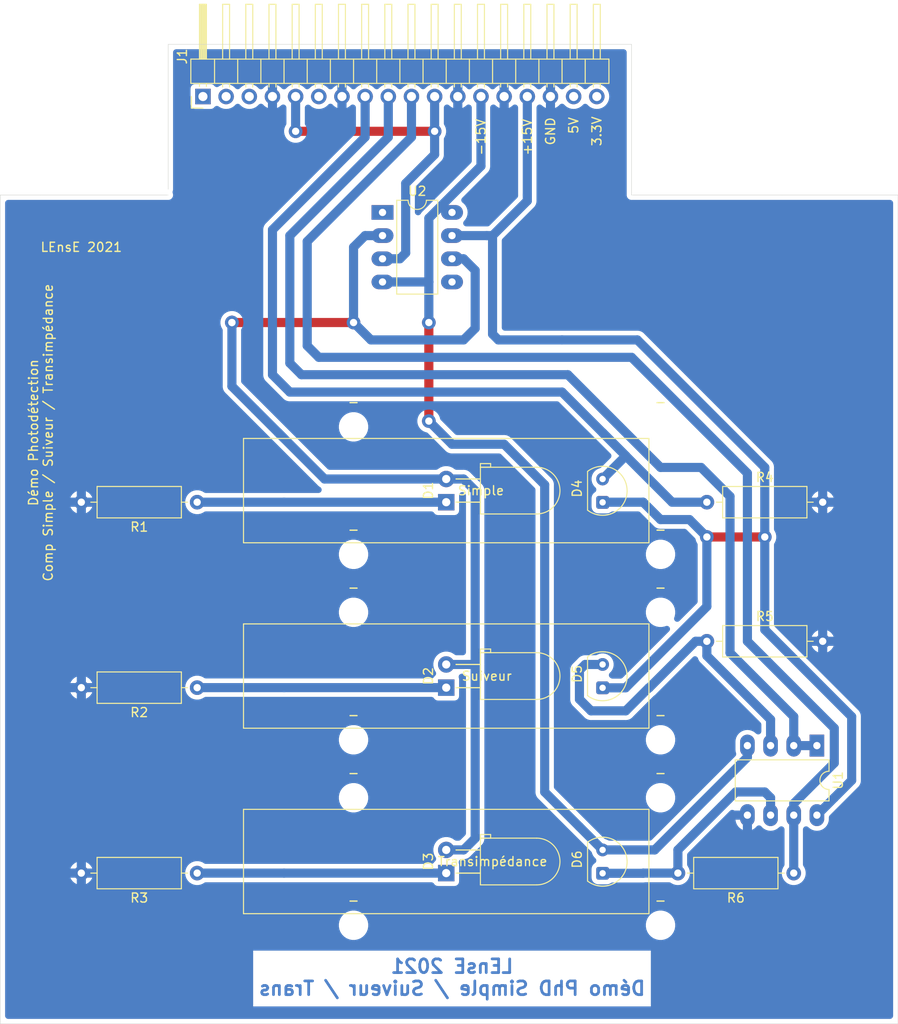
<source format=kicad_pcb>
(kicad_pcb (version 20171130) (host pcbnew "(5.0.1)-4")

  (general
    (thickness 1.6)
    (drawings 33)
    (tracks 139)
    (zones 0)
    (modules 27)
    (nets 23)
  )

  (page A4)
  (layers
    (0 F.Cu signal)
    (31 B.Cu signal)
    (32 B.Adhes user)
    (33 F.Adhes user)
    (34 B.Paste user)
    (35 F.Paste user)
    (36 B.SilkS user)
    (37 F.SilkS user)
    (38 B.Mask user)
    (39 F.Mask user)
    (40 Dwgs.User user)
    (41 Cmts.User user)
    (42 Eco1.User user)
    (43 Eco2.User user)
    (44 Edge.Cuts user)
    (45 Margin user)
    (46 B.CrtYd user)
    (47 F.CrtYd user)
    (48 B.Fab user)
    (49 F.Fab user)
  )

  (setup
    (last_trace_width 1)
    (user_trace_width 1)
    (trace_clearance 0.2)
    (zone_clearance 0.508)
    (zone_45_only no)
    (trace_min 0.2)
    (segment_width 0.2)
    (edge_width 0.05)
    (via_size 0.8)
    (via_drill 0.4)
    (via_min_size 0.4)
    (via_min_drill 0.3)
    (user_via 1.5 0.8)
    (uvia_size 0.3)
    (uvia_drill 0.1)
    (uvias_allowed no)
    (uvia_min_size 0.2)
    (uvia_min_drill 0.1)
    (pcb_text_width 0.3)
    (pcb_text_size 1.5 1.5)
    (mod_edge_width 0.12)
    (mod_text_size 1 1)
    (mod_text_width 0.15)
    (pad_size 1.524 1.524)
    (pad_drill 0.762)
    (pad_to_mask_clearance 0.05)
    (solder_mask_min_width 0.25)
    (aux_axis_origin 0 0)
    (visible_elements 7FFFFFFF)
    (pcbplotparams
      (layerselection 0x010fc_ffffffff)
      (usegerberextensions false)
      (usegerberattributes true)
      (usegerberadvancedattributes true)
      (creategerberjobfile true)
      (excludeedgelayer true)
      (linewidth 0.100000)
      (plotframeref false)
      (viasonmask false)
      (mode 1)
      (useauxorigin false)
      (hpglpennumber 1)
      (hpglpenspeed 20)
      (hpglpendiameter 15.000000)
      (psnegative false)
      (psa4output false)
      (plotreference true)
      (plotvalue true)
      (plotinvisibletext false)
      (padsonsilk false)
      (subtractmaskfromsilk false)
      (outputformat 1)
      (mirror false)
      (drillshape 0)
      (scaleselection 1)
      (outputdirectory "carteDemo_Suiveur_gerber/"))
  )

  (net 0 "")
  (net 1 "Net-(J1-Pad1)")
  (net 2 "Net-(J1-Pad2)")
  (net 3 "Net-(J1-Pad3)")
  (net 4 5V)
  (net 5 3.3V)
  (net 6 "Net-(D1-Pad1)")
  (net 7 LED_IN)
  (net 8 "Net-(D2-Pad1)")
  (net 9 "Net-(D3-Pad1)")
  (net 10 OUT1)
  (net 11 OUT2)
  (net 12 OUT3)
  (net 13 GND)
  (net 14 IN2)
  (net 15 IN1)
  (net 16 -15V)
  (net 17 +15V)
  (net 18 "Net-(U2-Pad1)")
  (net 19 "Net-(U2-Pad5)")
  (net 20 "Net-(U2-Pad8)")
  (net 21 "Net-(D5-Pad2)")
  (net 22 "Net-(D6-Pad1)")

  (net_class Default "This is the default net class."
    (clearance 0.2)
    (trace_width 0.25)
    (via_dia 0.8)
    (via_drill 0.4)
    (uvia_dia 0.3)
    (uvia_drill 0.1)
    (add_net +15V)
    (add_net -15V)
    (add_net 3.3V)
    (add_net 5V)
    (add_net GND)
    (add_net IN1)
    (add_net IN2)
    (add_net LED_IN)
    (add_net "Net-(D1-Pad1)")
    (add_net "Net-(D2-Pad1)")
    (add_net "Net-(D3-Pad1)")
    (add_net "Net-(D5-Pad2)")
    (add_net "Net-(D6-Pad1)")
    (add_net "Net-(J1-Pad1)")
    (add_net "Net-(J1-Pad2)")
    (add_net "Net-(J1-Pad3)")
    (add_net "Net-(U2-Pad1)")
    (add_net "Net-(U2-Pad5)")
    (add_net "Net-(U2-Pad8)")
    (add_net OUT1)
    (add_net OUT2)
    (add_net OUT3)
  )

  (module Connector_PinHeader_2.54mm:PinHeader_1x18_P2.54mm_Horizontal (layer F.Cu) (tedit 59FED5CB) (tstamp 604BCE2D)
    (at 184.15 46.355 90)
    (descr "Through hole angled pin header, 1x18, 2.54mm pitch, 6mm pin length, single row")
    (tags "Through hole angled pin header THT 1x18 2.54mm single row")
    (path /604B6BA6)
    (fp_text reference J1 (at 4.385 -2.27 90) (layer F.SilkS)
      (effects (font (size 1 1) (thickness 0.15)))
    )
    (fp_text value FromAlimBoard (at 4.385 45.45 90) (layer F.Fab)
      (effects (font (size 1 1) (thickness 0.15)))
    )
    (fp_line (start 10.55 -1.8) (end -1.8 -1.8) (layer F.CrtYd) (width 0.05))
    (fp_line (start 10.55 44.95) (end 10.55 -1.8) (layer F.CrtYd) (width 0.05))
    (fp_line (start -1.8 44.95) (end 10.55 44.95) (layer F.CrtYd) (width 0.05))
    (fp_line (start -1.8 -1.8) (end -1.8 44.95) (layer F.CrtYd) (width 0.05))
    (fp_line (start -1.27 -1.27) (end 0 -1.27) (layer F.SilkS) (width 0.12))
    (fp_line (start -1.27 0) (end -1.27 -1.27) (layer F.SilkS) (width 0.12))
    (fp_line (start 1.042929 43.56) (end 1.44 43.56) (layer F.SilkS) (width 0.12))
    (fp_line (start 1.042929 42.8) (end 1.44 42.8) (layer F.SilkS) (width 0.12))
    (fp_line (start 10.1 43.56) (end 4.1 43.56) (layer F.SilkS) (width 0.12))
    (fp_line (start 10.1 42.8) (end 10.1 43.56) (layer F.SilkS) (width 0.12))
    (fp_line (start 4.1 42.8) (end 10.1 42.8) (layer F.SilkS) (width 0.12))
    (fp_line (start 1.44 41.91) (end 4.1 41.91) (layer F.SilkS) (width 0.12))
    (fp_line (start 1.042929 41.02) (end 1.44 41.02) (layer F.SilkS) (width 0.12))
    (fp_line (start 1.042929 40.26) (end 1.44 40.26) (layer F.SilkS) (width 0.12))
    (fp_line (start 10.1 41.02) (end 4.1 41.02) (layer F.SilkS) (width 0.12))
    (fp_line (start 10.1 40.26) (end 10.1 41.02) (layer F.SilkS) (width 0.12))
    (fp_line (start 4.1 40.26) (end 10.1 40.26) (layer F.SilkS) (width 0.12))
    (fp_line (start 1.44 39.37) (end 4.1 39.37) (layer F.SilkS) (width 0.12))
    (fp_line (start 1.042929 38.48) (end 1.44 38.48) (layer F.SilkS) (width 0.12))
    (fp_line (start 1.042929 37.72) (end 1.44 37.72) (layer F.SilkS) (width 0.12))
    (fp_line (start 10.1 38.48) (end 4.1 38.48) (layer F.SilkS) (width 0.12))
    (fp_line (start 10.1 37.72) (end 10.1 38.48) (layer F.SilkS) (width 0.12))
    (fp_line (start 4.1 37.72) (end 10.1 37.72) (layer F.SilkS) (width 0.12))
    (fp_line (start 1.44 36.83) (end 4.1 36.83) (layer F.SilkS) (width 0.12))
    (fp_line (start 1.042929 35.94) (end 1.44 35.94) (layer F.SilkS) (width 0.12))
    (fp_line (start 1.042929 35.18) (end 1.44 35.18) (layer F.SilkS) (width 0.12))
    (fp_line (start 10.1 35.94) (end 4.1 35.94) (layer F.SilkS) (width 0.12))
    (fp_line (start 10.1 35.18) (end 10.1 35.94) (layer F.SilkS) (width 0.12))
    (fp_line (start 4.1 35.18) (end 10.1 35.18) (layer F.SilkS) (width 0.12))
    (fp_line (start 1.44 34.29) (end 4.1 34.29) (layer F.SilkS) (width 0.12))
    (fp_line (start 1.042929 33.4) (end 1.44 33.4) (layer F.SilkS) (width 0.12))
    (fp_line (start 1.042929 32.64) (end 1.44 32.64) (layer F.SilkS) (width 0.12))
    (fp_line (start 10.1 33.4) (end 4.1 33.4) (layer F.SilkS) (width 0.12))
    (fp_line (start 10.1 32.64) (end 10.1 33.4) (layer F.SilkS) (width 0.12))
    (fp_line (start 4.1 32.64) (end 10.1 32.64) (layer F.SilkS) (width 0.12))
    (fp_line (start 1.44 31.75) (end 4.1 31.75) (layer F.SilkS) (width 0.12))
    (fp_line (start 1.042929 30.86) (end 1.44 30.86) (layer F.SilkS) (width 0.12))
    (fp_line (start 1.042929 30.1) (end 1.44 30.1) (layer F.SilkS) (width 0.12))
    (fp_line (start 10.1 30.86) (end 4.1 30.86) (layer F.SilkS) (width 0.12))
    (fp_line (start 10.1 30.1) (end 10.1 30.86) (layer F.SilkS) (width 0.12))
    (fp_line (start 4.1 30.1) (end 10.1 30.1) (layer F.SilkS) (width 0.12))
    (fp_line (start 1.44 29.21) (end 4.1 29.21) (layer F.SilkS) (width 0.12))
    (fp_line (start 1.042929 28.32) (end 1.44 28.32) (layer F.SilkS) (width 0.12))
    (fp_line (start 1.042929 27.56) (end 1.44 27.56) (layer F.SilkS) (width 0.12))
    (fp_line (start 10.1 28.32) (end 4.1 28.32) (layer F.SilkS) (width 0.12))
    (fp_line (start 10.1 27.56) (end 10.1 28.32) (layer F.SilkS) (width 0.12))
    (fp_line (start 4.1 27.56) (end 10.1 27.56) (layer F.SilkS) (width 0.12))
    (fp_line (start 1.44 26.67) (end 4.1 26.67) (layer F.SilkS) (width 0.12))
    (fp_line (start 1.042929 25.78) (end 1.44 25.78) (layer F.SilkS) (width 0.12))
    (fp_line (start 1.042929 25.02) (end 1.44 25.02) (layer F.SilkS) (width 0.12))
    (fp_line (start 10.1 25.78) (end 4.1 25.78) (layer F.SilkS) (width 0.12))
    (fp_line (start 10.1 25.02) (end 10.1 25.78) (layer F.SilkS) (width 0.12))
    (fp_line (start 4.1 25.02) (end 10.1 25.02) (layer F.SilkS) (width 0.12))
    (fp_line (start 1.44 24.13) (end 4.1 24.13) (layer F.SilkS) (width 0.12))
    (fp_line (start 1.042929 23.24) (end 1.44 23.24) (layer F.SilkS) (width 0.12))
    (fp_line (start 1.042929 22.48) (end 1.44 22.48) (layer F.SilkS) (width 0.12))
    (fp_line (start 10.1 23.24) (end 4.1 23.24) (layer F.SilkS) (width 0.12))
    (fp_line (start 10.1 22.48) (end 10.1 23.24) (layer F.SilkS) (width 0.12))
    (fp_line (start 4.1 22.48) (end 10.1 22.48) (layer F.SilkS) (width 0.12))
    (fp_line (start 1.44 21.59) (end 4.1 21.59) (layer F.SilkS) (width 0.12))
    (fp_line (start 1.042929 20.7) (end 1.44 20.7) (layer F.SilkS) (width 0.12))
    (fp_line (start 1.042929 19.94) (end 1.44 19.94) (layer F.SilkS) (width 0.12))
    (fp_line (start 10.1 20.7) (end 4.1 20.7) (layer F.SilkS) (width 0.12))
    (fp_line (start 10.1 19.94) (end 10.1 20.7) (layer F.SilkS) (width 0.12))
    (fp_line (start 4.1 19.94) (end 10.1 19.94) (layer F.SilkS) (width 0.12))
    (fp_line (start 1.44 19.05) (end 4.1 19.05) (layer F.SilkS) (width 0.12))
    (fp_line (start 1.042929 18.16) (end 1.44 18.16) (layer F.SilkS) (width 0.12))
    (fp_line (start 1.042929 17.4) (end 1.44 17.4) (layer F.SilkS) (width 0.12))
    (fp_line (start 10.1 18.16) (end 4.1 18.16) (layer F.SilkS) (width 0.12))
    (fp_line (start 10.1 17.4) (end 10.1 18.16) (layer F.SilkS) (width 0.12))
    (fp_line (start 4.1 17.4) (end 10.1 17.4) (layer F.SilkS) (width 0.12))
    (fp_line (start 1.44 16.51) (end 4.1 16.51) (layer F.SilkS) (width 0.12))
    (fp_line (start 1.042929 15.62) (end 1.44 15.62) (layer F.SilkS) (width 0.12))
    (fp_line (start 1.042929 14.86) (end 1.44 14.86) (layer F.SilkS) (width 0.12))
    (fp_line (start 10.1 15.62) (end 4.1 15.62) (layer F.SilkS) (width 0.12))
    (fp_line (start 10.1 14.86) (end 10.1 15.62) (layer F.SilkS) (width 0.12))
    (fp_line (start 4.1 14.86) (end 10.1 14.86) (layer F.SilkS) (width 0.12))
    (fp_line (start 1.44 13.97) (end 4.1 13.97) (layer F.SilkS) (width 0.12))
    (fp_line (start 1.042929 13.08) (end 1.44 13.08) (layer F.SilkS) (width 0.12))
    (fp_line (start 1.042929 12.32) (end 1.44 12.32) (layer F.SilkS) (width 0.12))
    (fp_line (start 10.1 13.08) (end 4.1 13.08) (layer F.SilkS) (width 0.12))
    (fp_line (start 10.1 12.32) (end 10.1 13.08) (layer F.SilkS) (width 0.12))
    (fp_line (start 4.1 12.32) (end 10.1 12.32) (layer F.SilkS) (width 0.12))
    (fp_line (start 1.44 11.43) (end 4.1 11.43) (layer F.SilkS) (width 0.12))
    (fp_line (start 1.042929 10.54) (end 1.44 10.54) (layer F.SilkS) (width 0.12))
    (fp_line (start 1.042929 9.78) (end 1.44 9.78) (layer F.SilkS) (width 0.12))
    (fp_line (start 10.1 10.54) (end 4.1 10.54) (layer F.SilkS) (width 0.12))
    (fp_line (start 10.1 9.78) (end 10.1 10.54) (layer F.SilkS) (width 0.12))
    (fp_line (start 4.1 9.78) (end 10.1 9.78) (layer F.SilkS) (width 0.12))
    (fp_line (start 1.44 8.89) (end 4.1 8.89) (layer F.SilkS) (width 0.12))
    (fp_line (start 1.042929 8) (end 1.44 8) (layer F.SilkS) (width 0.12))
    (fp_line (start 1.042929 7.24) (end 1.44 7.24) (layer F.SilkS) (width 0.12))
    (fp_line (start 10.1 8) (end 4.1 8) (layer F.SilkS) (width 0.12))
    (fp_line (start 10.1 7.24) (end 10.1 8) (layer F.SilkS) (width 0.12))
    (fp_line (start 4.1 7.24) (end 10.1 7.24) (layer F.SilkS) (width 0.12))
    (fp_line (start 1.44 6.35) (end 4.1 6.35) (layer F.SilkS) (width 0.12))
    (fp_line (start 1.042929 5.46) (end 1.44 5.46) (layer F.SilkS) (width 0.12))
    (fp_line (start 1.042929 4.7) (end 1.44 4.7) (layer F.SilkS) (width 0.12))
    (fp_line (start 10.1 5.46) (end 4.1 5.46) (layer F.SilkS) (width 0.12))
    (fp_line (start 10.1 4.7) (end 10.1 5.46) (layer F.SilkS) (width 0.12))
    (fp_line (start 4.1 4.7) (end 10.1 4.7) (layer F.SilkS) (width 0.12))
    (fp_line (start 1.44 3.81) (end 4.1 3.81) (layer F.SilkS) (width 0.12))
    (fp_line (start 1.042929 2.92) (end 1.44 2.92) (layer F.SilkS) (width 0.12))
    (fp_line (start 1.042929 2.16) (end 1.44 2.16) (layer F.SilkS) (width 0.12))
    (fp_line (start 10.1 2.92) (end 4.1 2.92) (layer F.SilkS) (width 0.12))
    (fp_line (start 10.1 2.16) (end 10.1 2.92) (layer F.SilkS) (width 0.12))
    (fp_line (start 4.1 2.16) (end 10.1 2.16) (layer F.SilkS) (width 0.12))
    (fp_line (start 1.44 1.27) (end 4.1 1.27) (layer F.SilkS) (width 0.12))
    (fp_line (start 1.11 0.38) (end 1.44 0.38) (layer F.SilkS) (width 0.12))
    (fp_line (start 1.11 -0.38) (end 1.44 -0.38) (layer F.SilkS) (width 0.12))
    (fp_line (start 4.1 0.28) (end 10.1 0.28) (layer F.SilkS) (width 0.12))
    (fp_line (start 4.1 0.16) (end 10.1 0.16) (layer F.SilkS) (width 0.12))
    (fp_line (start 4.1 0.04) (end 10.1 0.04) (layer F.SilkS) (width 0.12))
    (fp_line (start 4.1 -0.08) (end 10.1 -0.08) (layer F.SilkS) (width 0.12))
    (fp_line (start 4.1 -0.2) (end 10.1 -0.2) (layer F.SilkS) (width 0.12))
    (fp_line (start 4.1 -0.32) (end 10.1 -0.32) (layer F.SilkS) (width 0.12))
    (fp_line (start 10.1 0.38) (end 4.1 0.38) (layer F.SilkS) (width 0.12))
    (fp_line (start 10.1 -0.38) (end 10.1 0.38) (layer F.SilkS) (width 0.12))
    (fp_line (start 4.1 -0.38) (end 10.1 -0.38) (layer F.SilkS) (width 0.12))
    (fp_line (start 4.1 -1.33) (end 1.44 -1.33) (layer F.SilkS) (width 0.12))
    (fp_line (start 4.1 44.51) (end 4.1 -1.33) (layer F.SilkS) (width 0.12))
    (fp_line (start 1.44 44.51) (end 4.1 44.51) (layer F.SilkS) (width 0.12))
    (fp_line (start 1.44 -1.33) (end 1.44 44.51) (layer F.SilkS) (width 0.12))
    (fp_line (start 4.04 43.5) (end 10.04 43.5) (layer F.Fab) (width 0.1))
    (fp_line (start 10.04 42.86) (end 10.04 43.5) (layer F.Fab) (width 0.1))
    (fp_line (start 4.04 42.86) (end 10.04 42.86) (layer F.Fab) (width 0.1))
    (fp_line (start -0.32 43.5) (end 1.5 43.5) (layer F.Fab) (width 0.1))
    (fp_line (start -0.32 42.86) (end -0.32 43.5) (layer F.Fab) (width 0.1))
    (fp_line (start -0.32 42.86) (end 1.5 42.86) (layer F.Fab) (width 0.1))
    (fp_line (start 4.04 40.96) (end 10.04 40.96) (layer F.Fab) (width 0.1))
    (fp_line (start 10.04 40.32) (end 10.04 40.96) (layer F.Fab) (width 0.1))
    (fp_line (start 4.04 40.32) (end 10.04 40.32) (layer F.Fab) (width 0.1))
    (fp_line (start -0.32 40.96) (end 1.5 40.96) (layer F.Fab) (width 0.1))
    (fp_line (start -0.32 40.32) (end -0.32 40.96) (layer F.Fab) (width 0.1))
    (fp_line (start -0.32 40.32) (end 1.5 40.32) (layer F.Fab) (width 0.1))
    (fp_line (start 4.04 38.42) (end 10.04 38.42) (layer F.Fab) (width 0.1))
    (fp_line (start 10.04 37.78) (end 10.04 38.42) (layer F.Fab) (width 0.1))
    (fp_line (start 4.04 37.78) (end 10.04 37.78) (layer F.Fab) (width 0.1))
    (fp_line (start -0.32 38.42) (end 1.5 38.42) (layer F.Fab) (width 0.1))
    (fp_line (start -0.32 37.78) (end -0.32 38.42) (layer F.Fab) (width 0.1))
    (fp_line (start -0.32 37.78) (end 1.5 37.78) (layer F.Fab) (width 0.1))
    (fp_line (start 4.04 35.88) (end 10.04 35.88) (layer F.Fab) (width 0.1))
    (fp_line (start 10.04 35.24) (end 10.04 35.88) (layer F.Fab) (width 0.1))
    (fp_line (start 4.04 35.24) (end 10.04 35.24) (layer F.Fab) (width 0.1))
    (fp_line (start -0.32 35.88) (end 1.5 35.88) (layer F.Fab) (width 0.1))
    (fp_line (start -0.32 35.24) (end -0.32 35.88) (layer F.Fab) (width 0.1))
    (fp_line (start -0.32 35.24) (end 1.5 35.24) (layer F.Fab) (width 0.1))
    (fp_line (start 4.04 33.34) (end 10.04 33.34) (layer F.Fab) (width 0.1))
    (fp_line (start 10.04 32.7) (end 10.04 33.34) (layer F.Fab) (width 0.1))
    (fp_line (start 4.04 32.7) (end 10.04 32.7) (layer F.Fab) (width 0.1))
    (fp_line (start -0.32 33.34) (end 1.5 33.34) (layer F.Fab) (width 0.1))
    (fp_line (start -0.32 32.7) (end -0.32 33.34) (layer F.Fab) (width 0.1))
    (fp_line (start -0.32 32.7) (end 1.5 32.7) (layer F.Fab) (width 0.1))
    (fp_line (start 4.04 30.8) (end 10.04 30.8) (layer F.Fab) (width 0.1))
    (fp_line (start 10.04 30.16) (end 10.04 30.8) (layer F.Fab) (width 0.1))
    (fp_line (start 4.04 30.16) (end 10.04 30.16) (layer F.Fab) (width 0.1))
    (fp_line (start -0.32 30.8) (end 1.5 30.8) (layer F.Fab) (width 0.1))
    (fp_line (start -0.32 30.16) (end -0.32 30.8) (layer F.Fab) (width 0.1))
    (fp_line (start -0.32 30.16) (end 1.5 30.16) (layer F.Fab) (width 0.1))
    (fp_line (start 4.04 28.26) (end 10.04 28.26) (layer F.Fab) (width 0.1))
    (fp_line (start 10.04 27.62) (end 10.04 28.26) (layer F.Fab) (width 0.1))
    (fp_line (start 4.04 27.62) (end 10.04 27.62) (layer F.Fab) (width 0.1))
    (fp_line (start -0.32 28.26) (end 1.5 28.26) (layer F.Fab) (width 0.1))
    (fp_line (start -0.32 27.62) (end -0.32 28.26) (layer F.Fab) (width 0.1))
    (fp_line (start -0.32 27.62) (end 1.5 27.62) (layer F.Fab) (width 0.1))
    (fp_line (start 4.04 25.72) (end 10.04 25.72) (layer F.Fab) (width 0.1))
    (fp_line (start 10.04 25.08) (end 10.04 25.72) (layer F.Fab) (width 0.1))
    (fp_line (start 4.04 25.08) (end 10.04 25.08) (layer F.Fab) (width 0.1))
    (fp_line (start -0.32 25.72) (end 1.5 25.72) (layer F.Fab) (width 0.1))
    (fp_line (start -0.32 25.08) (end -0.32 25.72) (layer F.Fab) (width 0.1))
    (fp_line (start -0.32 25.08) (end 1.5 25.08) (layer F.Fab) (width 0.1))
    (fp_line (start 4.04 23.18) (end 10.04 23.18) (layer F.Fab) (width 0.1))
    (fp_line (start 10.04 22.54) (end 10.04 23.18) (layer F.Fab) (width 0.1))
    (fp_line (start 4.04 22.54) (end 10.04 22.54) (layer F.Fab) (width 0.1))
    (fp_line (start -0.32 23.18) (end 1.5 23.18) (layer F.Fab) (width 0.1))
    (fp_line (start -0.32 22.54) (end -0.32 23.18) (layer F.Fab) (width 0.1))
    (fp_line (start -0.32 22.54) (end 1.5 22.54) (layer F.Fab) (width 0.1))
    (fp_line (start 4.04 20.64) (end 10.04 20.64) (layer F.Fab) (width 0.1))
    (fp_line (start 10.04 20) (end 10.04 20.64) (layer F.Fab) (width 0.1))
    (fp_line (start 4.04 20) (end 10.04 20) (layer F.Fab) (width 0.1))
    (fp_line (start -0.32 20.64) (end 1.5 20.64) (layer F.Fab) (width 0.1))
    (fp_line (start -0.32 20) (end -0.32 20.64) (layer F.Fab) (width 0.1))
    (fp_line (start -0.32 20) (end 1.5 20) (layer F.Fab) (width 0.1))
    (fp_line (start 4.04 18.1) (end 10.04 18.1) (layer F.Fab) (width 0.1))
    (fp_line (start 10.04 17.46) (end 10.04 18.1) (layer F.Fab) (width 0.1))
    (fp_line (start 4.04 17.46) (end 10.04 17.46) (layer F.Fab) (width 0.1))
    (fp_line (start -0.32 18.1) (end 1.5 18.1) (layer F.Fab) (width 0.1))
    (fp_line (start -0.32 17.46) (end -0.32 18.1) (layer F.Fab) (width 0.1))
    (fp_line (start -0.32 17.46) (end 1.5 17.46) (layer F.Fab) (width 0.1))
    (fp_line (start 4.04 15.56) (end 10.04 15.56) (layer F.Fab) (width 0.1))
    (fp_line (start 10.04 14.92) (end 10.04 15.56) (layer F.Fab) (width 0.1))
    (fp_line (start 4.04 14.92) (end 10.04 14.92) (layer F.Fab) (width 0.1))
    (fp_line (start -0.32 15.56) (end 1.5 15.56) (layer F.Fab) (width 0.1))
    (fp_line (start -0.32 14.92) (end -0.32 15.56) (layer F.Fab) (width 0.1))
    (fp_line (start -0.32 14.92) (end 1.5 14.92) (layer F.Fab) (width 0.1))
    (fp_line (start 4.04 13.02) (end 10.04 13.02) (layer F.Fab) (width 0.1))
    (fp_line (start 10.04 12.38) (end 10.04 13.02) (layer F.Fab) (width 0.1))
    (fp_line (start 4.04 12.38) (end 10.04 12.38) (layer F.Fab) (width 0.1))
    (fp_line (start -0.32 13.02) (end 1.5 13.02) (layer F.Fab) (width 0.1))
    (fp_line (start -0.32 12.38) (end -0.32 13.02) (layer F.Fab) (width 0.1))
    (fp_line (start -0.32 12.38) (end 1.5 12.38) (layer F.Fab) (width 0.1))
    (fp_line (start 4.04 10.48) (end 10.04 10.48) (layer F.Fab) (width 0.1))
    (fp_line (start 10.04 9.84) (end 10.04 10.48) (layer F.Fab) (width 0.1))
    (fp_line (start 4.04 9.84) (end 10.04 9.84) (layer F.Fab) (width 0.1))
    (fp_line (start -0.32 10.48) (end 1.5 10.48) (layer F.Fab) (width 0.1))
    (fp_line (start -0.32 9.84) (end -0.32 10.48) (layer F.Fab) (width 0.1))
    (fp_line (start -0.32 9.84) (end 1.5 9.84) (layer F.Fab) (width 0.1))
    (fp_line (start 4.04 7.94) (end 10.04 7.94) (layer F.Fab) (width 0.1))
    (fp_line (start 10.04 7.3) (end 10.04 7.94) (layer F.Fab) (width 0.1))
    (fp_line (start 4.04 7.3) (end 10.04 7.3) (layer F.Fab) (width 0.1))
    (fp_line (start -0.32 7.94) (end 1.5 7.94) (layer F.Fab) (width 0.1))
    (fp_line (start -0.32 7.3) (end -0.32 7.94) (layer F.Fab) (width 0.1))
    (fp_line (start -0.32 7.3) (end 1.5 7.3) (layer F.Fab) (width 0.1))
    (fp_line (start 4.04 5.4) (end 10.04 5.4) (layer F.Fab) (width 0.1))
    (fp_line (start 10.04 4.76) (end 10.04 5.4) (layer F.Fab) (width 0.1))
    (fp_line (start 4.04 4.76) (end 10.04 4.76) (layer F.Fab) (width 0.1))
    (fp_line (start -0.32 5.4) (end 1.5 5.4) (layer F.Fab) (width 0.1))
    (fp_line (start -0.32 4.76) (end -0.32 5.4) (layer F.Fab) (width 0.1))
    (fp_line (start -0.32 4.76) (end 1.5 4.76) (layer F.Fab) (width 0.1))
    (fp_line (start 4.04 2.86) (end 10.04 2.86) (layer F.Fab) (width 0.1))
    (fp_line (start 10.04 2.22) (end 10.04 2.86) (layer F.Fab) (width 0.1))
    (fp_line (start 4.04 2.22) (end 10.04 2.22) (layer F.Fab) (width 0.1))
    (fp_line (start -0.32 2.86) (end 1.5 2.86) (layer F.Fab) (width 0.1))
    (fp_line (start -0.32 2.22) (end -0.32 2.86) (layer F.Fab) (width 0.1))
    (fp_line (start -0.32 2.22) (end 1.5 2.22) (layer F.Fab) (width 0.1))
    (fp_line (start 4.04 0.32) (end 10.04 0.32) (layer F.Fab) (width 0.1))
    (fp_line (start 10.04 -0.32) (end 10.04 0.32) (layer F.Fab) (width 0.1))
    (fp_line (start 4.04 -0.32) (end 10.04 -0.32) (layer F.Fab) (width 0.1))
    (fp_line (start -0.32 0.32) (end 1.5 0.32) (layer F.Fab) (width 0.1))
    (fp_line (start -0.32 -0.32) (end -0.32 0.32) (layer F.Fab) (width 0.1))
    (fp_line (start -0.32 -0.32) (end 1.5 -0.32) (layer F.Fab) (width 0.1))
    (fp_line (start 1.5 -0.635) (end 2.135 -1.27) (layer F.Fab) (width 0.1))
    (fp_line (start 1.5 44.45) (end 1.5 -0.635) (layer F.Fab) (width 0.1))
    (fp_line (start 4.04 44.45) (end 1.5 44.45) (layer F.Fab) (width 0.1))
    (fp_line (start 4.04 -1.27) (end 4.04 44.45) (layer F.Fab) (width 0.1))
    (fp_line (start 2.135 -1.27) (end 4.04 -1.27) (layer F.Fab) (width 0.1))
    (fp_text user %R (at 2.77 21.59) (layer F.Fab)
      (effects (font (size 1 1) (thickness 0.15)))
    )
    (pad 1 thru_hole rect (at 0 0 90) (size 1.7 1.7) (drill 1) (layers *.Cu *.Mask)
      (net 1 "Net-(J1-Pad1)"))
    (pad 2 thru_hole oval (at 0 2.54 90) (size 1.7 1.7) (drill 1) (layers *.Cu *.Mask)
      (net 2 "Net-(J1-Pad2)"))
    (pad 3 thru_hole oval (at 0 5.08 90) (size 1.7 1.7) (drill 1) (layers *.Cu *.Mask)
      (net 3 "Net-(J1-Pad3)"))
    (pad 4 thru_hole oval (at 0 7.62 90) (size 1.7 1.7) (drill 1) (layers *.Cu *.Mask)
      (net 13 GND))
    (pad 5 thru_hole oval (at 0 10.16 90) (size 1.7 1.7) (drill 1) (layers *.Cu *.Mask)
      (net 15 IN1))
    (pad 6 thru_hole oval (at 0 12.7 90) (size 1.7 1.7) (drill 1) (layers *.Cu *.Mask)
      (net 14 IN2))
    (pad 7 thru_hole oval (at 0 15.24 90) (size 1.7 1.7) (drill 1) (layers *.Cu *.Mask)
      (net 13 GND))
    (pad 8 thru_hole oval (at 0 17.78 90) (size 1.7 1.7) (drill 1) (layers *.Cu *.Mask)
      (net 10 OUT1))
    (pad 9 thru_hole oval (at 0 20.32 90) (size 1.7 1.7) (drill 1) (layers *.Cu *.Mask)
      (net 11 OUT2))
    (pad 10 thru_hole oval (at 0 22.86 90) (size 1.7 1.7) (drill 1) (layers *.Cu *.Mask)
      (net 12 OUT3))
    (pad 11 thru_hole oval (at 0 25.4 90) (size 1.7 1.7) (drill 1) (layers *.Cu *.Mask)
      (net 15 IN1))
    (pad 12 thru_hole oval (at 0 27.94 90) (size 1.7 1.7) (drill 1) (layers *.Cu *.Mask)
      (net 13 GND))
    (pad 13 thru_hole oval (at 0 30.48 90) (size 1.7 1.7) (drill 1) (layers *.Cu *.Mask)
      (net 16 -15V))
    (pad 14 thru_hole oval (at 0 33.02 90) (size 1.7 1.7) (drill 1) (layers *.Cu *.Mask)
      (net 13 GND))
    (pad 15 thru_hole oval (at 0 35.56 90) (size 1.7 1.7) (drill 1) (layers *.Cu *.Mask)
      (net 17 +15V))
    (pad 16 thru_hole oval (at 0 38.1 90) (size 1.7 1.7) (drill 1) (layers *.Cu *.Mask)
      (net 13 GND))
    (pad 17 thru_hole oval (at 0 40.64 90) (size 1.7 1.7) (drill 1) (layers *.Cu *.Mask)
      (net 4 5V))
    (pad 18 thru_hole oval (at 0 43.18 90) (size 1.7 1.7) (drill 1) (layers *.Cu *.Mask)
      (net 5 3.3V))
    (model ${KISYS3DMOD}/Connector_PinHeader_2.54mm.3dshapes/PinHeader_1x18_P2.54mm_Horizontal.wrl
      (at (xyz 0 0 0))
      (scale (xyz 1 1 1))
      (rotate (xyz 0 0 0))
    )
  )

  (module MountingHole:MountingHole_2.2mm_M2 (layer F.Cu) (tedit 56D1B4CB) (tstamp 604BFC0C)
    (at 200.66 137.16)
    (descr "Mounting Hole 2.2mm, no annular, M2")
    (tags "mounting hole 2.2mm no annular m2")
    (attr virtual)
    (fp_text reference _ (at 0 -3.2) (layer F.SilkS)
      (effects (font (size 1 1) (thickness 0.15)))
    )
    (fp_text value MountingHole_2.2mm_M2 (at 0 3.2) (layer F.Fab)
      (effects (font (size 1 1) (thickness 0.15)))
    )
    (fp_circle (center 0 0) (end 2.2 0) (layer Cmts.User) (width 0.15))
    (fp_circle (center 0 0) (end 2.45 0) (layer F.CrtYd) (width 0.05))
    (fp_text user %R (at 0.3 0) (layer F.Fab)
      (effects (font (size 1 1) (thickness 0.15)))
    )
    (pad 1 np_thru_hole circle (at 0 0) (size 2.2 2.2) (drill 2.2) (layers *.Cu *.Mask))
  )

  (module MountingHole:MountingHole_2.2mm_M2 (layer F.Cu) (tedit 56D1B4CB) (tstamp 604BFBEF)
    (at 200.66 116.84)
    (descr "Mounting Hole 2.2mm, no annular, M2")
    (tags "mounting hole 2.2mm no annular m2")
    (attr virtual)
    (fp_text reference _ (at 0 -3.2) (layer F.SilkS)
      (effects (font (size 1 1) (thickness 0.15)))
    )
    (fp_text value MountingHole_2.2mm_M2 (at 0 3.2) (layer F.Fab)
      (effects (font (size 1 1) (thickness 0.15)))
    )
    (fp_circle (center 0 0) (end 2.2 0) (layer Cmts.User) (width 0.15))
    (fp_circle (center 0 0) (end 2.45 0) (layer F.CrtYd) (width 0.05))
    (fp_text user %R (at 0.3 0) (layer F.Fab)
      (effects (font (size 1 1) (thickness 0.15)))
    )
    (pad 1 np_thru_hole circle (at 0 0) (size 2.2 2.2) (drill 2.2) (layers *.Cu *.Mask))
  )

  (module MountingHole:MountingHole_2.2mm_M2 (layer F.Cu) (tedit 56D1B4CB) (tstamp 604BFBD2)
    (at 200.66 123.19)
    (descr "Mounting Hole 2.2mm, no annular, M2")
    (tags "mounting hole 2.2mm no annular m2")
    (attr virtual)
    (fp_text reference _ (at 0 -3.2) (layer F.SilkS)
      (effects (font (size 1 1) (thickness 0.15)))
    )
    (fp_text value MountingHole_2.2mm_M2 (at 0 3.2) (layer F.Fab)
      (effects (font (size 1 1) (thickness 0.15)))
    )
    (fp_circle (center 0 0) (end 2.2 0) (layer Cmts.User) (width 0.15))
    (fp_circle (center 0 0) (end 2.45 0) (layer F.CrtYd) (width 0.05))
    (fp_text user %R (at 0.3 0) (layer F.Fab)
      (effects (font (size 1 1) (thickness 0.15)))
    )
    (pad 1 np_thru_hole circle (at 0 0) (size 2.2 2.2) (drill 2.2) (layers *.Cu *.Mask))
  )

  (module MountingHole:MountingHole_2.2mm_M2 (layer F.Cu) (tedit 56D1B4CB) (tstamp 604BFBB5)
    (at 234.315 137.16)
    (descr "Mounting Hole 2.2mm, no annular, M2")
    (tags "mounting hole 2.2mm no annular m2")
    (attr virtual)
    (fp_text reference _ (at 0 -3.2) (layer F.SilkS)
      (effects (font (size 1 1) (thickness 0.15)))
    )
    (fp_text value MountingHole_2.2mm_M2 (at 0 3.2) (layer F.Fab)
      (effects (font (size 1 1) (thickness 0.15)))
    )
    (fp_circle (center 0 0) (end 2.2 0) (layer Cmts.User) (width 0.15))
    (fp_circle (center 0 0) (end 2.45 0) (layer F.CrtYd) (width 0.05))
    (fp_text user %R (at 0.3 0) (layer F.Fab)
      (effects (font (size 1 1) (thickness 0.15)))
    )
    (pad 1 np_thru_hole circle (at 0 0) (size 2.2 2.2) (drill 2.2) (layers *.Cu *.Mask))
  )

  (module MountingHole:MountingHole_2.2mm_M2 (layer F.Cu) (tedit 56D1B4CB) (tstamp 604BFB98)
    (at 234.315 123.19)
    (descr "Mounting Hole 2.2mm, no annular, M2")
    (tags "mounting hole 2.2mm no annular m2")
    (attr virtual)
    (fp_text reference _ (at 0 -3.2) (layer F.SilkS)
      (effects (font (size 1 1) (thickness 0.15)))
    )
    (fp_text value MountingHole_2.2mm_M2 (at 0 3.2) (layer F.Fab)
      (effects (font (size 1 1) (thickness 0.15)))
    )
    (fp_circle (center 0 0) (end 2.2 0) (layer Cmts.User) (width 0.15))
    (fp_circle (center 0 0) (end 2.45 0) (layer F.CrtYd) (width 0.05))
    (fp_text user %R (at 0.3 0) (layer F.Fab)
      (effects (font (size 1 1) (thickness 0.15)))
    )
    (pad 1 np_thru_hole circle (at 0 0) (size 2.2 2.2) (drill 2.2) (layers *.Cu *.Mask))
  )

  (module MountingHole:MountingHole_2.2mm_M2 (layer F.Cu) (tedit 56D1B4CB) (tstamp 604BFB7B)
    (at 234.315 116.84)
    (descr "Mounting Hole 2.2mm, no annular, M2")
    (tags "mounting hole 2.2mm no annular m2")
    (attr virtual)
    (fp_text reference _ (at 0 -3.2) (layer F.SilkS)
      (effects (font (size 1 1) (thickness 0.15)))
    )
    (fp_text value MountingHole_2.2mm_M2 (at 0 3.2) (layer F.Fab)
      (effects (font (size 1 1) (thickness 0.15)))
    )
    (fp_circle (center 0 0) (end 2.2 0) (layer Cmts.User) (width 0.15))
    (fp_circle (center 0 0) (end 2.45 0) (layer F.CrtYd) (width 0.05))
    (fp_text user %R (at 0.3 0) (layer F.Fab)
      (effects (font (size 1 1) (thickness 0.15)))
    )
    (pad 1 np_thru_hole circle (at 0 0) (size 2.2 2.2) (drill 2.2) (layers *.Cu *.Mask))
  )

  (module MountingHole:MountingHole_2.2mm_M2 (layer F.Cu) (tedit 56D1B4CB) (tstamp 604BFB5E)
    (at 234.315 102.87)
    (descr "Mounting Hole 2.2mm, no annular, M2")
    (tags "mounting hole 2.2mm no annular m2")
    (attr virtual)
    (fp_text reference _ (at 0 -3.2) (layer F.SilkS)
      (effects (font (size 1 1) (thickness 0.15)))
    )
    (fp_text value MountingHole_2.2mm_M2 (at 0 3.2) (layer F.Fab)
      (effects (font (size 1 1) (thickness 0.15)))
    )
    (fp_circle (center 0 0) (end 2.2 0) (layer Cmts.User) (width 0.15))
    (fp_circle (center 0 0) (end 2.45 0) (layer F.CrtYd) (width 0.05))
    (fp_text user %R (at 0.3 0) (layer F.Fab)
      (effects (font (size 1 1) (thickness 0.15)))
    )
    (pad 1 np_thru_hole circle (at 0 0) (size 2.2 2.2) (drill 2.2) (layers *.Cu *.Mask))
  )

  (module MountingHole:MountingHole_2.2mm_M2 (layer F.Cu) (tedit 56D1B4CB) (tstamp 604BFB41)
    (at 234.315 96.52)
    (descr "Mounting Hole 2.2mm, no annular, M2")
    (tags "mounting hole 2.2mm no annular m2")
    (attr virtual)
    (fp_text reference _ (at 0 -3.2) (layer F.SilkS)
      (effects (font (size 1 1) (thickness 0.15)))
    )
    (fp_text value MountingHole_2.2mm_M2 (at 0 3.2) (layer F.Fab)
      (effects (font (size 1 1) (thickness 0.15)))
    )
    (fp_circle (center 0 0) (end 2.2 0) (layer Cmts.User) (width 0.15))
    (fp_circle (center 0 0) (end 2.45 0) (layer F.CrtYd) (width 0.05))
    (fp_text user %R (at 0.3 0) (layer F.Fab)
      (effects (font (size 1 1) (thickness 0.15)))
    )
    (pad 1 np_thru_hole circle (at 0 0) (size 2.2 2.2) (drill 2.2) (layers *.Cu *.Mask))
  )

  (module MountingHole:MountingHole_2.2mm_M2 (layer F.Cu) (tedit 56D1B4CB) (tstamp 604BFB24)
    (at 234.315 82.55)
    (descr "Mounting Hole 2.2mm, no annular, M2")
    (tags "mounting hole 2.2mm no annular m2")
    (attr virtual)
    (fp_text reference _ (at 0 -3.2) (layer F.SilkS)
      (effects (font (size 1 1) (thickness 0.15)))
    )
    (fp_text value MountingHole_2.2mm_M2 (at 0 3.2) (layer F.Fab)
      (effects (font (size 1 1) (thickness 0.15)))
    )
    (fp_circle (center 0 0) (end 2.2 0) (layer Cmts.User) (width 0.15))
    (fp_circle (center 0 0) (end 2.45 0) (layer F.CrtYd) (width 0.05))
    (fp_text user %R (at 0.3 0) (layer F.Fab)
      (effects (font (size 1 1) (thickness 0.15)))
    )
    (pad 1 np_thru_hole circle (at 0 0) (size 2.2 2.2) (drill 2.2) (layers *.Cu *.Mask))
  )

  (module MountingHole:MountingHole_2.2mm_M2 (layer F.Cu) (tedit 56D1B4CB) (tstamp 604BFB07)
    (at 200.66 82.55)
    (descr "Mounting Hole 2.2mm, no annular, M2")
    (tags "mounting hole 2.2mm no annular m2")
    (attr virtual)
    (fp_text reference _ (at 0 -3.2) (layer F.SilkS)
      (effects (font (size 1 1) (thickness 0.15)))
    )
    (fp_text value MountingHole_2.2mm_M2 (at 0 3.2) (layer F.Fab)
      (effects (font (size 1 1) (thickness 0.15)))
    )
    (fp_circle (center 0 0) (end 2.2 0) (layer Cmts.User) (width 0.15))
    (fp_circle (center 0 0) (end 2.45 0) (layer F.CrtYd) (width 0.05))
    (fp_text user %R (at 0.3 0) (layer F.Fab)
      (effects (font (size 1 1) (thickness 0.15)))
    )
    (pad 1 np_thru_hole circle (at 0 0) (size 2.2 2.2) (drill 2.2) (layers *.Cu *.Mask))
  )

  (module MountingHole:MountingHole_2.2mm_M2 (layer F.Cu) (tedit 56D1B4CB) (tstamp 604BFAEA)
    (at 200.66 102.87)
    (descr "Mounting Hole 2.2mm, no annular, M2")
    (tags "mounting hole 2.2mm no annular m2")
    (attr virtual)
    (fp_text reference _ (at 0 -3.2) (layer F.SilkS)
      (effects (font (size 1 1) (thickness 0.15)))
    )
    (fp_text value MountingHole_2.2mm_M2 (at 0 3.2) (layer F.Fab)
      (effects (font (size 1 1) (thickness 0.15)))
    )
    (fp_circle (center 0 0) (end 2.2 0) (layer Cmts.User) (width 0.15))
    (fp_circle (center 0 0) (end 2.45 0) (layer F.CrtYd) (width 0.05))
    (fp_text user %R (at 0.3 0) (layer F.Fab)
      (effects (font (size 1 1) (thickness 0.15)))
    )
    (pad 1 np_thru_hole circle (at 0 0) (size 2.2 2.2) (drill 2.2) (layers *.Cu *.Mask))
  )

  (module MountingHole:MountingHole_2.2mm_M2 (layer F.Cu) (tedit 56D1B4CB) (tstamp 604BFAA3)
    (at 200.66 96.52)
    (descr "Mounting Hole 2.2mm, no annular, M2")
    (tags "mounting hole 2.2mm no annular m2")
    (attr virtual)
    (fp_text reference _ (at 0 -3.2) (layer F.SilkS)
      (effects (font (size 1 1) (thickness 0.15)))
    )
    (fp_text value MountingHole_2.2mm_M2 (at 0 3.2) (layer F.Fab)
      (effects (font (size 1 1) (thickness 0.15)))
    )
    (fp_circle (center 0 0) (end 2.2 0) (layer Cmts.User) (width 0.15))
    (fp_circle (center 0 0) (end 2.45 0) (layer F.CrtYd) (width 0.05))
    (fp_text user %R (at 0.3 0) (layer F.Fab)
      (effects (font (size 1 1) (thickness 0.15)))
    )
    (pad 1 np_thru_hole circle (at 0 0) (size 2.2 2.2) (drill 2.2) (layers *.Cu *.Mask))
  )

  (module LED_THT:LED_D5.0mm_Horizontal_O3.81mm_Z9.0mm (layer F.Cu) (tedit 5880A863) (tstamp 604BE227)
    (at 210.82 90.805 90)
    (descr "LED, diameter 5.0mm z-position of LED center 3.0mm, 2 pins, diameter 5.0mm z-position of LED center 3.0mm, 2 pins, diameter 5.0mm z-position of LED center 3.0mm, 2 pins, diameter 5.0mm z-position of LED center 9.0mm, 2 pins, diameter 5.0mm z-position of LED center 9.0mm, 2 pins")
    (tags "LED diameter 5.0mm z-position of LED center 3.0mm 2 pins diameter 5.0mm z-position of LED center 3.0mm 2 pins diameter 5.0mm z-position of LED center 3.0mm 2 pins diameter 5.0mm z-position of LED center 9.0mm 2 pins diameter 5.0mm z-position of LED center 9.0mm 2 pins")
    (path /604C3AA0)
    (fp_text reference D1 (at 1.27 -1.96 90) (layer F.SilkS)
      (effects (font (size 1 1) (thickness 0.15)))
    )
    (fp_text value LED (at 1.27 13.47 90) (layer F.Fab)
      (effects (font (size 1 1) (thickness 0.15)))
    )
    (fp_line (start 4.5 -1.25) (end -1.95 -1.25) (layer F.CrtYd) (width 0.05))
    (fp_line (start 4.5 12.75) (end 4.5 -1.25) (layer F.CrtYd) (width 0.05))
    (fp_line (start -1.95 12.75) (end 4.5 12.75) (layer F.CrtYd) (width 0.05))
    (fp_line (start -1.95 -1.25) (end -1.95 12.75) (layer F.CrtYd) (width 0.05))
    (fp_line (start 2.54 1.08) (end 2.54 1.08) (layer F.SilkS) (width 0.12))
    (fp_line (start 2.54 3.75) (end 2.54 1.08) (layer F.SilkS) (width 0.12))
    (fp_line (start 2.54 3.75) (end 2.54 3.75) (layer F.SilkS) (width 0.12))
    (fp_line (start 2.54 1.08) (end 2.54 3.75) (layer F.SilkS) (width 0.12))
    (fp_line (start 0 1.08) (end 0 1.08) (layer F.SilkS) (width 0.12))
    (fp_line (start 0 3.75) (end 0 1.08) (layer F.SilkS) (width 0.12))
    (fp_line (start 0 3.75) (end 0 3.75) (layer F.SilkS) (width 0.12))
    (fp_line (start 0 1.08) (end 0 3.75) (layer F.SilkS) (width 0.12))
    (fp_line (start 3.83 3.75) (end 4.23 3.75) (layer F.SilkS) (width 0.12))
    (fp_line (start 3.83 4.87) (end 3.83 3.75) (layer F.SilkS) (width 0.12))
    (fp_line (start 4.23 4.87) (end 3.83 4.87) (layer F.SilkS) (width 0.12))
    (fp_line (start 4.23 3.75) (end 4.23 4.87) (layer F.SilkS) (width 0.12))
    (fp_line (start -1.29 3.75) (end 3.83 3.75) (layer F.SilkS) (width 0.12))
    (fp_line (start 3.83 3.75) (end 3.83 9.91) (layer F.SilkS) (width 0.12))
    (fp_line (start -1.29 3.75) (end -1.29 9.91) (layer F.SilkS) (width 0.12))
    (fp_line (start 2.54 0) (end 2.54 0) (layer F.Fab) (width 0.1))
    (fp_line (start 2.54 3.81) (end 2.54 0) (layer F.Fab) (width 0.1))
    (fp_line (start 2.54 3.81) (end 2.54 3.81) (layer F.Fab) (width 0.1))
    (fp_line (start 2.54 0) (end 2.54 3.81) (layer F.Fab) (width 0.1))
    (fp_line (start 0 0) (end 0 0) (layer F.Fab) (width 0.1))
    (fp_line (start 0 3.81) (end 0 0) (layer F.Fab) (width 0.1))
    (fp_line (start 0 3.81) (end 0 3.81) (layer F.Fab) (width 0.1))
    (fp_line (start 0 0) (end 0 3.81) (layer F.Fab) (width 0.1))
    (fp_line (start 3.77 3.81) (end 4.17 3.81) (layer F.Fab) (width 0.1))
    (fp_line (start 3.77 4.81) (end 3.77 3.81) (layer F.Fab) (width 0.1))
    (fp_line (start 4.17 4.81) (end 3.77 4.81) (layer F.Fab) (width 0.1))
    (fp_line (start 4.17 3.81) (end 4.17 4.81) (layer F.Fab) (width 0.1))
    (fp_line (start -1.23 3.81) (end 3.77 3.81) (layer F.Fab) (width 0.1))
    (fp_line (start 3.77 3.81) (end 3.77 9.91) (layer F.Fab) (width 0.1))
    (fp_line (start -1.23 3.81) (end -1.23 9.91) (layer F.Fab) (width 0.1))
    (fp_arc (start 1.27 9.91) (end -1.23 9.91) (angle -180) (layer F.Fab) (width 0.1))
    (fp_arc (start 1.27 9.91) (end -1.29 9.91) (angle -180) (layer F.SilkS) (width 0.12))
    (pad 1 thru_hole rect (at 0 0 90) (size 1.8 1.8) (drill 0.9) (layers *.Cu *.Mask)
      (net 6 "Net-(D1-Pad1)"))
    (pad 2 thru_hole circle (at 2.54 0 90) (size 1.8 1.8) (drill 0.9) (layers *.Cu *.Mask)
      (net 7 LED_IN))
    (model ${KISYS3DMOD}/LED_THT.3dshapes/LED_D5.0mm_Horizontal_O3.81mm_Z9.0mm.wrl
      (at (xyz 0 0 0))
      (scale (xyz 1 1 1))
      (rotate (xyz 0 0 0))
    )
  )

  (module LED_THT:LED_D5.0mm_Horizontal_O3.81mm_Z9.0mm (layer F.Cu) (tedit 5880A863) (tstamp 604BE251)
    (at 210.82 111.125 90)
    (descr "LED, diameter 5.0mm z-position of LED center 3.0mm, 2 pins, diameter 5.0mm z-position of LED center 3.0mm, 2 pins, diameter 5.0mm z-position of LED center 3.0mm, 2 pins, diameter 5.0mm z-position of LED center 9.0mm, 2 pins, diameter 5.0mm z-position of LED center 9.0mm, 2 pins")
    (tags "LED diameter 5.0mm z-position of LED center 3.0mm 2 pins diameter 5.0mm z-position of LED center 3.0mm 2 pins diameter 5.0mm z-position of LED center 3.0mm 2 pins diameter 5.0mm z-position of LED center 9.0mm 2 pins diameter 5.0mm z-position of LED center 9.0mm 2 pins")
    (path /604D0E59)
    (fp_text reference D2 (at 1.27 -1.96 90) (layer F.SilkS)
      (effects (font (size 1 1) (thickness 0.15)))
    )
    (fp_text value LED (at 1.27 13.47 90) (layer F.Fab)
      (effects (font (size 1 1) (thickness 0.15)))
    )
    (fp_line (start -1.23 3.81) (end -1.23 9.91) (layer F.Fab) (width 0.1))
    (fp_line (start 3.77 3.81) (end 3.77 9.91) (layer F.Fab) (width 0.1))
    (fp_line (start -1.23 3.81) (end 3.77 3.81) (layer F.Fab) (width 0.1))
    (fp_line (start 4.17 3.81) (end 4.17 4.81) (layer F.Fab) (width 0.1))
    (fp_line (start 4.17 4.81) (end 3.77 4.81) (layer F.Fab) (width 0.1))
    (fp_line (start 3.77 4.81) (end 3.77 3.81) (layer F.Fab) (width 0.1))
    (fp_line (start 3.77 3.81) (end 4.17 3.81) (layer F.Fab) (width 0.1))
    (fp_line (start 0 0) (end 0 3.81) (layer F.Fab) (width 0.1))
    (fp_line (start 0 3.81) (end 0 3.81) (layer F.Fab) (width 0.1))
    (fp_line (start 0 3.81) (end 0 0) (layer F.Fab) (width 0.1))
    (fp_line (start 0 0) (end 0 0) (layer F.Fab) (width 0.1))
    (fp_line (start 2.54 0) (end 2.54 3.81) (layer F.Fab) (width 0.1))
    (fp_line (start 2.54 3.81) (end 2.54 3.81) (layer F.Fab) (width 0.1))
    (fp_line (start 2.54 3.81) (end 2.54 0) (layer F.Fab) (width 0.1))
    (fp_line (start 2.54 0) (end 2.54 0) (layer F.Fab) (width 0.1))
    (fp_line (start -1.29 3.75) (end -1.29 9.91) (layer F.SilkS) (width 0.12))
    (fp_line (start 3.83 3.75) (end 3.83 9.91) (layer F.SilkS) (width 0.12))
    (fp_line (start -1.29 3.75) (end 3.83 3.75) (layer F.SilkS) (width 0.12))
    (fp_line (start 4.23 3.75) (end 4.23 4.87) (layer F.SilkS) (width 0.12))
    (fp_line (start 4.23 4.87) (end 3.83 4.87) (layer F.SilkS) (width 0.12))
    (fp_line (start 3.83 4.87) (end 3.83 3.75) (layer F.SilkS) (width 0.12))
    (fp_line (start 3.83 3.75) (end 4.23 3.75) (layer F.SilkS) (width 0.12))
    (fp_line (start 0 1.08) (end 0 3.75) (layer F.SilkS) (width 0.12))
    (fp_line (start 0 3.75) (end 0 3.75) (layer F.SilkS) (width 0.12))
    (fp_line (start 0 3.75) (end 0 1.08) (layer F.SilkS) (width 0.12))
    (fp_line (start 0 1.08) (end 0 1.08) (layer F.SilkS) (width 0.12))
    (fp_line (start 2.54 1.08) (end 2.54 3.75) (layer F.SilkS) (width 0.12))
    (fp_line (start 2.54 3.75) (end 2.54 3.75) (layer F.SilkS) (width 0.12))
    (fp_line (start 2.54 3.75) (end 2.54 1.08) (layer F.SilkS) (width 0.12))
    (fp_line (start 2.54 1.08) (end 2.54 1.08) (layer F.SilkS) (width 0.12))
    (fp_line (start -1.95 -1.25) (end -1.95 12.75) (layer F.CrtYd) (width 0.05))
    (fp_line (start -1.95 12.75) (end 4.5 12.75) (layer F.CrtYd) (width 0.05))
    (fp_line (start 4.5 12.75) (end 4.5 -1.25) (layer F.CrtYd) (width 0.05))
    (fp_line (start 4.5 -1.25) (end -1.95 -1.25) (layer F.CrtYd) (width 0.05))
    (fp_arc (start 1.27 9.91) (end -1.29 9.91) (angle -180) (layer F.SilkS) (width 0.12))
    (fp_arc (start 1.27 9.91) (end -1.23 9.91) (angle -180) (layer F.Fab) (width 0.1))
    (pad 2 thru_hole circle (at 2.54 0 90) (size 1.8 1.8) (drill 0.9) (layers *.Cu *.Mask)
      (net 7 LED_IN))
    (pad 1 thru_hole rect (at 0 0 90) (size 1.8 1.8) (drill 0.9) (layers *.Cu *.Mask)
      (net 8 "Net-(D2-Pad1)"))
    (model ${KISYS3DMOD}/LED_THT.3dshapes/LED_D5.0mm_Horizontal_O3.81mm_Z9.0mm.wrl
      (at (xyz 0 0 0))
      (scale (xyz 1 1 1))
      (rotate (xyz 0 0 0))
    )
  )

  (module LED_THT:LED_D5.0mm_Horizontal_O3.81mm_Z9.0mm (layer F.Cu) (tedit 5880A863) (tstamp 604BE27B)
    (at 210.82 131.445 90)
    (descr "LED, diameter 5.0mm z-position of LED center 3.0mm, 2 pins, diameter 5.0mm z-position of LED center 3.0mm, 2 pins, diameter 5.0mm z-position of LED center 3.0mm, 2 pins, diameter 5.0mm z-position of LED center 9.0mm, 2 pins, diameter 5.0mm z-position of LED center 9.0mm, 2 pins")
    (tags "LED diameter 5.0mm z-position of LED center 3.0mm 2 pins diameter 5.0mm z-position of LED center 3.0mm 2 pins diameter 5.0mm z-position of LED center 3.0mm 2 pins diameter 5.0mm z-position of LED center 9.0mm 2 pins diameter 5.0mm z-position of LED center 9.0mm 2 pins")
    (path /604D3E1B)
    (fp_text reference D3 (at 1.27 -1.96 90) (layer F.SilkS)
      (effects (font (size 1 1) (thickness 0.15)))
    )
    (fp_text value LED (at 1.27 13.47 90) (layer F.Fab)
      (effects (font (size 1 1) (thickness 0.15)))
    )
    (fp_line (start 4.5 -1.25) (end -1.95 -1.25) (layer F.CrtYd) (width 0.05))
    (fp_line (start 4.5 12.75) (end 4.5 -1.25) (layer F.CrtYd) (width 0.05))
    (fp_line (start -1.95 12.75) (end 4.5 12.75) (layer F.CrtYd) (width 0.05))
    (fp_line (start -1.95 -1.25) (end -1.95 12.75) (layer F.CrtYd) (width 0.05))
    (fp_line (start 2.54 1.08) (end 2.54 1.08) (layer F.SilkS) (width 0.12))
    (fp_line (start 2.54 3.75) (end 2.54 1.08) (layer F.SilkS) (width 0.12))
    (fp_line (start 2.54 3.75) (end 2.54 3.75) (layer F.SilkS) (width 0.12))
    (fp_line (start 2.54 1.08) (end 2.54 3.75) (layer F.SilkS) (width 0.12))
    (fp_line (start 0 1.08) (end 0 1.08) (layer F.SilkS) (width 0.12))
    (fp_line (start 0 3.75) (end 0 1.08) (layer F.SilkS) (width 0.12))
    (fp_line (start 0 3.75) (end 0 3.75) (layer F.SilkS) (width 0.12))
    (fp_line (start 0 1.08) (end 0 3.75) (layer F.SilkS) (width 0.12))
    (fp_line (start 3.83 3.75) (end 4.23 3.75) (layer F.SilkS) (width 0.12))
    (fp_line (start 3.83 4.87) (end 3.83 3.75) (layer F.SilkS) (width 0.12))
    (fp_line (start 4.23 4.87) (end 3.83 4.87) (layer F.SilkS) (width 0.12))
    (fp_line (start 4.23 3.75) (end 4.23 4.87) (layer F.SilkS) (width 0.12))
    (fp_line (start -1.29 3.75) (end 3.83 3.75) (layer F.SilkS) (width 0.12))
    (fp_line (start 3.83 3.75) (end 3.83 9.91) (layer F.SilkS) (width 0.12))
    (fp_line (start -1.29 3.75) (end -1.29 9.91) (layer F.SilkS) (width 0.12))
    (fp_line (start 2.54 0) (end 2.54 0) (layer F.Fab) (width 0.1))
    (fp_line (start 2.54 3.81) (end 2.54 0) (layer F.Fab) (width 0.1))
    (fp_line (start 2.54 3.81) (end 2.54 3.81) (layer F.Fab) (width 0.1))
    (fp_line (start 2.54 0) (end 2.54 3.81) (layer F.Fab) (width 0.1))
    (fp_line (start 0 0) (end 0 0) (layer F.Fab) (width 0.1))
    (fp_line (start 0 3.81) (end 0 0) (layer F.Fab) (width 0.1))
    (fp_line (start 0 3.81) (end 0 3.81) (layer F.Fab) (width 0.1))
    (fp_line (start 0 0) (end 0 3.81) (layer F.Fab) (width 0.1))
    (fp_line (start 3.77 3.81) (end 4.17 3.81) (layer F.Fab) (width 0.1))
    (fp_line (start 3.77 4.81) (end 3.77 3.81) (layer F.Fab) (width 0.1))
    (fp_line (start 4.17 4.81) (end 3.77 4.81) (layer F.Fab) (width 0.1))
    (fp_line (start 4.17 3.81) (end 4.17 4.81) (layer F.Fab) (width 0.1))
    (fp_line (start -1.23 3.81) (end 3.77 3.81) (layer F.Fab) (width 0.1))
    (fp_line (start 3.77 3.81) (end 3.77 9.91) (layer F.Fab) (width 0.1))
    (fp_line (start -1.23 3.81) (end -1.23 9.91) (layer F.Fab) (width 0.1))
    (fp_arc (start 1.27 9.91) (end -1.23 9.91) (angle -180) (layer F.Fab) (width 0.1))
    (fp_arc (start 1.27 9.91) (end -1.29 9.91) (angle -180) (layer F.SilkS) (width 0.12))
    (pad 1 thru_hole rect (at 0 0 90) (size 1.8 1.8) (drill 0.9) (layers *.Cu *.Mask)
      (net 9 "Net-(D3-Pad1)"))
    (pad 2 thru_hole circle (at 2.54 0 90) (size 1.8 1.8) (drill 0.9) (layers *.Cu *.Mask)
      (net 7 LED_IN))
    (model ${KISYS3DMOD}/LED_THT.3dshapes/LED_D5.0mm_Horizontal_O3.81mm_Z9.0mm.wrl
      (at (xyz 0 0 0))
      (scale (xyz 1 1 1))
      (rotate (xyz 0 0 0))
    )
  )

  (module Resistor_THT:R_Axial_DIN0309_L9.0mm_D3.2mm_P12.70mm_Horizontal (layer F.Cu) (tedit 5AE5139B) (tstamp 604BE2BF)
    (at 183.515 90.805 180)
    (descr "Resistor, Axial_DIN0309 series, Axial, Horizontal, pin pitch=12.7mm, 0.5W = 1/2W, length*diameter=9*3.2mm^2, http://cdn-reichelt.de/documents/datenblatt/B400/1_4W%23YAG.pdf")
    (tags "Resistor Axial_DIN0309 series Axial Horizontal pin pitch 12.7mm 0.5W = 1/2W length 9mm diameter 3.2mm")
    (path /604C4421)
    (fp_text reference R1 (at 6.35 -2.72) (layer F.SilkS)
      (effects (font (size 1 1) (thickness 0.15)))
    )
    (fp_text value 270 (at 6.35 2.72) (layer F.Fab)
      (effects (font (size 1 1) (thickness 0.15)))
    )
    (fp_line (start 1.85 -1.6) (end 1.85 1.6) (layer F.Fab) (width 0.1))
    (fp_line (start 1.85 1.6) (end 10.85 1.6) (layer F.Fab) (width 0.1))
    (fp_line (start 10.85 1.6) (end 10.85 -1.6) (layer F.Fab) (width 0.1))
    (fp_line (start 10.85 -1.6) (end 1.85 -1.6) (layer F.Fab) (width 0.1))
    (fp_line (start 0 0) (end 1.85 0) (layer F.Fab) (width 0.1))
    (fp_line (start 12.7 0) (end 10.85 0) (layer F.Fab) (width 0.1))
    (fp_line (start 1.73 -1.72) (end 1.73 1.72) (layer F.SilkS) (width 0.12))
    (fp_line (start 1.73 1.72) (end 10.97 1.72) (layer F.SilkS) (width 0.12))
    (fp_line (start 10.97 1.72) (end 10.97 -1.72) (layer F.SilkS) (width 0.12))
    (fp_line (start 10.97 -1.72) (end 1.73 -1.72) (layer F.SilkS) (width 0.12))
    (fp_line (start 1.04 0) (end 1.73 0) (layer F.SilkS) (width 0.12))
    (fp_line (start 11.66 0) (end 10.97 0) (layer F.SilkS) (width 0.12))
    (fp_line (start -1.05 -1.85) (end -1.05 1.85) (layer F.CrtYd) (width 0.05))
    (fp_line (start -1.05 1.85) (end 13.75 1.85) (layer F.CrtYd) (width 0.05))
    (fp_line (start 13.75 1.85) (end 13.75 -1.85) (layer F.CrtYd) (width 0.05))
    (fp_line (start 13.75 -1.85) (end -1.05 -1.85) (layer F.CrtYd) (width 0.05))
    (fp_text user %R (at 6.35 0) (layer F.Fab)
      (effects (font (size 1 1) (thickness 0.15)))
    )
    (pad 2 thru_hole oval (at 12.7 0 180) (size 1.6 1.6) (drill 0.8) (layers *.Cu *.Mask)
      (net 13 GND))
    (pad 1 thru_hole circle (at 0 0 180) (size 1.6 1.6) (drill 0.8) (layers *.Cu *.Mask)
      (net 6 "Net-(D1-Pad1)"))
    (model ${KISYS3DMOD}/Resistor_THT.3dshapes/R_Axial_DIN0309_L9.0mm_D3.2mm_P12.70mm_Horizontal.wrl
      (at (xyz 0 0 0))
      (scale (xyz 1 1 1))
      (rotate (xyz 0 0 0))
    )
  )

  (module Resistor_THT:R_Axial_DIN0309_L9.0mm_D3.2mm_P12.70mm_Horizontal (layer F.Cu) (tedit 5AE5139B) (tstamp 604BE2D6)
    (at 183.515 111.125 180)
    (descr "Resistor, Axial_DIN0309 series, Axial, Horizontal, pin pitch=12.7mm, 0.5W = 1/2W, length*diameter=9*3.2mm^2, http://cdn-reichelt.de/documents/datenblatt/B400/1_4W%23YAG.pdf")
    (tags "Resistor Axial_DIN0309 series Axial Horizontal pin pitch 12.7mm 0.5W = 1/2W length 9mm diameter 3.2mm")
    (path /604D0E5F)
    (fp_text reference R2 (at 6.35 -2.72) (layer F.SilkS)
      (effects (font (size 1 1) (thickness 0.15)))
    )
    (fp_text value 270 (at 6.35 2.72) (layer F.Fab)
      (effects (font (size 1 1) (thickness 0.15)))
    )
    (fp_line (start 1.85 -1.6) (end 1.85 1.6) (layer F.Fab) (width 0.1))
    (fp_line (start 1.85 1.6) (end 10.85 1.6) (layer F.Fab) (width 0.1))
    (fp_line (start 10.85 1.6) (end 10.85 -1.6) (layer F.Fab) (width 0.1))
    (fp_line (start 10.85 -1.6) (end 1.85 -1.6) (layer F.Fab) (width 0.1))
    (fp_line (start 0 0) (end 1.85 0) (layer F.Fab) (width 0.1))
    (fp_line (start 12.7 0) (end 10.85 0) (layer F.Fab) (width 0.1))
    (fp_line (start 1.73 -1.72) (end 1.73 1.72) (layer F.SilkS) (width 0.12))
    (fp_line (start 1.73 1.72) (end 10.97 1.72) (layer F.SilkS) (width 0.12))
    (fp_line (start 10.97 1.72) (end 10.97 -1.72) (layer F.SilkS) (width 0.12))
    (fp_line (start 10.97 -1.72) (end 1.73 -1.72) (layer F.SilkS) (width 0.12))
    (fp_line (start 1.04 0) (end 1.73 0) (layer F.SilkS) (width 0.12))
    (fp_line (start 11.66 0) (end 10.97 0) (layer F.SilkS) (width 0.12))
    (fp_line (start -1.05 -1.85) (end -1.05 1.85) (layer F.CrtYd) (width 0.05))
    (fp_line (start -1.05 1.85) (end 13.75 1.85) (layer F.CrtYd) (width 0.05))
    (fp_line (start 13.75 1.85) (end 13.75 -1.85) (layer F.CrtYd) (width 0.05))
    (fp_line (start 13.75 -1.85) (end -1.05 -1.85) (layer F.CrtYd) (width 0.05))
    (fp_text user %R (at 6.35 0) (layer F.Fab)
      (effects (font (size 1 1) (thickness 0.15)))
    )
    (pad 2 thru_hole oval (at 12.7 0 180) (size 1.6 1.6) (drill 0.8) (layers *.Cu *.Mask)
      (net 13 GND))
    (pad 1 thru_hole circle (at 0 0 180) (size 1.6 1.6) (drill 0.8) (layers *.Cu *.Mask)
      (net 8 "Net-(D2-Pad1)"))
    (model ${KISYS3DMOD}/Resistor_THT.3dshapes/R_Axial_DIN0309_L9.0mm_D3.2mm_P12.70mm_Horizontal.wrl
      (at (xyz 0 0 0))
      (scale (xyz 1 1 1))
      (rotate (xyz 0 0 0))
    )
  )

  (module Resistor_THT:R_Axial_DIN0309_L9.0mm_D3.2mm_P12.70mm_Horizontal (layer F.Cu) (tedit 5AE5139B) (tstamp 604BE2ED)
    (at 183.515 131.445 180)
    (descr "Resistor, Axial_DIN0309 series, Axial, Horizontal, pin pitch=12.7mm, 0.5W = 1/2W, length*diameter=9*3.2mm^2, http://cdn-reichelt.de/documents/datenblatt/B400/1_4W%23YAG.pdf")
    (tags "Resistor Axial_DIN0309 series Axial Horizontal pin pitch 12.7mm 0.5W = 1/2W length 9mm diameter 3.2mm")
    (path /604D3E21)
    (fp_text reference R3 (at 6.35 -2.72) (layer F.SilkS)
      (effects (font (size 1 1) (thickness 0.15)))
    )
    (fp_text value 270 (at 6.35 2.72) (layer F.Fab)
      (effects (font (size 1 1) (thickness 0.15)))
    )
    (fp_line (start 1.85 -1.6) (end 1.85 1.6) (layer F.Fab) (width 0.1))
    (fp_line (start 1.85 1.6) (end 10.85 1.6) (layer F.Fab) (width 0.1))
    (fp_line (start 10.85 1.6) (end 10.85 -1.6) (layer F.Fab) (width 0.1))
    (fp_line (start 10.85 -1.6) (end 1.85 -1.6) (layer F.Fab) (width 0.1))
    (fp_line (start 0 0) (end 1.85 0) (layer F.Fab) (width 0.1))
    (fp_line (start 12.7 0) (end 10.85 0) (layer F.Fab) (width 0.1))
    (fp_line (start 1.73 -1.72) (end 1.73 1.72) (layer F.SilkS) (width 0.12))
    (fp_line (start 1.73 1.72) (end 10.97 1.72) (layer F.SilkS) (width 0.12))
    (fp_line (start 10.97 1.72) (end 10.97 -1.72) (layer F.SilkS) (width 0.12))
    (fp_line (start 10.97 -1.72) (end 1.73 -1.72) (layer F.SilkS) (width 0.12))
    (fp_line (start 1.04 0) (end 1.73 0) (layer F.SilkS) (width 0.12))
    (fp_line (start 11.66 0) (end 10.97 0) (layer F.SilkS) (width 0.12))
    (fp_line (start -1.05 -1.85) (end -1.05 1.85) (layer F.CrtYd) (width 0.05))
    (fp_line (start -1.05 1.85) (end 13.75 1.85) (layer F.CrtYd) (width 0.05))
    (fp_line (start 13.75 1.85) (end 13.75 -1.85) (layer F.CrtYd) (width 0.05))
    (fp_line (start 13.75 -1.85) (end -1.05 -1.85) (layer F.CrtYd) (width 0.05))
    (fp_text user %R (at 6.35 0) (layer F.Fab)
      (effects (font (size 1 1) (thickness 0.15)))
    )
    (pad 2 thru_hole oval (at 12.7 0 180) (size 1.6 1.6) (drill 0.8) (layers *.Cu *.Mask)
      (net 13 GND))
    (pad 1 thru_hole circle (at 0 0 180) (size 1.6 1.6) (drill 0.8) (layers *.Cu *.Mask)
      (net 9 "Net-(D3-Pad1)"))
    (model ${KISYS3DMOD}/Resistor_THT.3dshapes/R_Axial_DIN0309_L9.0mm_D3.2mm_P12.70mm_Horizontal.wrl
      (at (xyz 0 0 0))
      (scale (xyz 1 1 1))
      (rotate (xyz 0 0 0))
    )
  )

  (module Resistor_THT:R_Axial_DIN0309_L9.0mm_D3.2mm_P12.70mm_Horizontal (layer F.Cu) (tedit 5AE5139B) (tstamp 604BE304)
    (at 239.395 90.805)
    (descr "Resistor, Axial_DIN0309 series, Axial, Horizontal, pin pitch=12.7mm, 0.5W = 1/2W, length*diameter=9*3.2mm^2, http://cdn-reichelt.de/documents/datenblatt/B400/1_4W%23YAG.pdf")
    (tags "Resistor Axial_DIN0309 series Axial Horizontal pin pitch 12.7mm 0.5W = 1/2W length 9mm diameter 3.2mm")
    (path /604C1B7B)
    (fp_text reference R4 (at 6.35 -2.72) (layer F.SilkS)
      (effects (font (size 1 1) (thickness 0.15)))
    )
    (fp_text value 100k (at 6.35 2.72) (layer F.Fab)
      (effects (font (size 1 1) (thickness 0.15)))
    )
    (fp_line (start 13.75 -1.85) (end -1.05 -1.85) (layer F.CrtYd) (width 0.05))
    (fp_line (start 13.75 1.85) (end 13.75 -1.85) (layer F.CrtYd) (width 0.05))
    (fp_line (start -1.05 1.85) (end 13.75 1.85) (layer F.CrtYd) (width 0.05))
    (fp_line (start -1.05 -1.85) (end -1.05 1.85) (layer F.CrtYd) (width 0.05))
    (fp_line (start 11.66 0) (end 10.97 0) (layer F.SilkS) (width 0.12))
    (fp_line (start 1.04 0) (end 1.73 0) (layer F.SilkS) (width 0.12))
    (fp_line (start 10.97 -1.72) (end 1.73 -1.72) (layer F.SilkS) (width 0.12))
    (fp_line (start 10.97 1.72) (end 10.97 -1.72) (layer F.SilkS) (width 0.12))
    (fp_line (start 1.73 1.72) (end 10.97 1.72) (layer F.SilkS) (width 0.12))
    (fp_line (start 1.73 -1.72) (end 1.73 1.72) (layer F.SilkS) (width 0.12))
    (fp_line (start 12.7 0) (end 10.85 0) (layer F.Fab) (width 0.1))
    (fp_line (start 0 0) (end 1.85 0) (layer F.Fab) (width 0.1))
    (fp_line (start 10.85 -1.6) (end 1.85 -1.6) (layer F.Fab) (width 0.1))
    (fp_line (start 10.85 1.6) (end 10.85 -1.6) (layer F.Fab) (width 0.1))
    (fp_line (start 1.85 1.6) (end 10.85 1.6) (layer F.Fab) (width 0.1))
    (fp_line (start 1.85 -1.6) (end 1.85 1.6) (layer F.Fab) (width 0.1))
    (fp_text user %R (at 6.35 0) (layer F.Fab)
      (effects (font (size 1 1) (thickness 0.15)))
    )
    (pad 1 thru_hole circle (at 0 0) (size 1.6 1.6) (drill 0.8) (layers *.Cu *.Mask)
      (net 10 OUT1))
    (pad 2 thru_hole oval (at 12.7 0) (size 1.6 1.6) (drill 0.8) (layers *.Cu *.Mask)
      (net 13 GND))
    (model ${KISYS3DMOD}/Resistor_THT.3dshapes/R_Axial_DIN0309_L9.0mm_D3.2mm_P12.70mm_Horizontal.wrl
      (at (xyz 0 0 0))
      (scale (xyz 1 1 1))
      (rotate (xyz 0 0 0))
    )
  )

  (module Resistor_THT:R_Axial_DIN0309_L9.0mm_D3.2mm_P12.70mm_Horizontal (layer F.Cu) (tedit 5AE5139B) (tstamp 604BE31B)
    (at 239.395 106.045)
    (descr "Resistor, Axial_DIN0309 series, Axial, Horizontal, pin pitch=12.7mm, 0.5W = 1/2W, length*diameter=9*3.2mm^2, http://cdn-reichelt.de/documents/datenblatt/B400/1_4W%23YAG.pdf")
    (tags "Resistor Axial_DIN0309 series Axial Horizontal pin pitch 12.7mm 0.5W = 1/2W length 9mm diameter 3.2mm")
    (path /604D0E47)
    (fp_text reference R5 (at 6.35 -2.72) (layer F.SilkS)
      (effects (font (size 1 1) (thickness 0.15)))
    )
    (fp_text value 100k (at 6.35 2.72) (layer F.Fab)
      (effects (font (size 1 1) (thickness 0.15)))
    )
    (fp_line (start 13.75 -1.85) (end -1.05 -1.85) (layer F.CrtYd) (width 0.05))
    (fp_line (start 13.75 1.85) (end 13.75 -1.85) (layer F.CrtYd) (width 0.05))
    (fp_line (start -1.05 1.85) (end 13.75 1.85) (layer F.CrtYd) (width 0.05))
    (fp_line (start -1.05 -1.85) (end -1.05 1.85) (layer F.CrtYd) (width 0.05))
    (fp_line (start 11.66 0) (end 10.97 0) (layer F.SilkS) (width 0.12))
    (fp_line (start 1.04 0) (end 1.73 0) (layer F.SilkS) (width 0.12))
    (fp_line (start 10.97 -1.72) (end 1.73 -1.72) (layer F.SilkS) (width 0.12))
    (fp_line (start 10.97 1.72) (end 10.97 -1.72) (layer F.SilkS) (width 0.12))
    (fp_line (start 1.73 1.72) (end 10.97 1.72) (layer F.SilkS) (width 0.12))
    (fp_line (start 1.73 -1.72) (end 1.73 1.72) (layer F.SilkS) (width 0.12))
    (fp_line (start 12.7 0) (end 10.85 0) (layer F.Fab) (width 0.1))
    (fp_line (start 0 0) (end 1.85 0) (layer F.Fab) (width 0.1))
    (fp_line (start 10.85 -1.6) (end 1.85 -1.6) (layer F.Fab) (width 0.1))
    (fp_line (start 10.85 1.6) (end 10.85 -1.6) (layer F.Fab) (width 0.1))
    (fp_line (start 1.85 1.6) (end 10.85 1.6) (layer F.Fab) (width 0.1))
    (fp_line (start 1.85 -1.6) (end 1.85 1.6) (layer F.Fab) (width 0.1))
    (fp_text user %R (at 6.35 0) (layer F.Fab)
      (effects (font (size 1 1) (thickness 0.15)))
    )
    (pad 1 thru_hole circle (at 0 0) (size 1.6 1.6) (drill 0.8) (layers *.Cu *.Mask)
      (net 21 "Net-(D5-Pad2)"))
    (pad 2 thru_hole oval (at 12.7 0) (size 1.6 1.6) (drill 0.8) (layers *.Cu *.Mask)
      (net 13 GND))
    (model ${KISYS3DMOD}/Resistor_THT.3dshapes/R_Axial_DIN0309_L9.0mm_D3.2mm_P12.70mm_Horizontal.wrl
      (at (xyz 0 0 0))
      (scale (xyz 1 1 1))
      (rotate (xyz 0 0 0))
    )
  )

  (module Resistor_THT:R_Axial_DIN0309_L9.0mm_D3.2mm_P12.70mm_Horizontal (layer F.Cu) (tedit 5AE5139B) (tstamp 604BE332)
    (at 248.92 131.445 180)
    (descr "Resistor, Axial_DIN0309 series, Axial, Horizontal, pin pitch=12.7mm, 0.5W = 1/2W, length*diameter=9*3.2mm^2, http://cdn-reichelt.de/documents/datenblatt/B400/1_4W%23YAG.pdf")
    (tags "Resistor Axial_DIN0309 series Axial Horizontal pin pitch 12.7mm 0.5W = 1/2W length 9mm diameter 3.2mm")
    (path /604D3E09)
    (fp_text reference R6 (at 6.35 -2.72) (layer F.SilkS)
      (effects (font (size 1 1) (thickness 0.15)))
    )
    (fp_text value 100k (at 6.35 2.72) (layer F.Fab)
      (effects (font (size 1 1) (thickness 0.15)))
    )
    (fp_line (start 13.75 -1.85) (end -1.05 -1.85) (layer F.CrtYd) (width 0.05))
    (fp_line (start 13.75 1.85) (end 13.75 -1.85) (layer F.CrtYd) (width 0.05))
    (fp_line (start -1.05 1.85) (end 13.75 1.85) (layer F.CrtYd) (width 0.05))
    (fp_line (start -1.05 -1.85) (end -1.05 1.85) (layer F.CrtYd) (width 0.05))
    (fp_line (start 11.66 0) (end 10.97 0) (layer F.SilkS) (width 0.12))
    (fp_line (start 1.04 0) (end 1.73 0) (layer F.SilkS) (width 0.12))
    (fp_line (start 10.97 -1.72) (end 1.73 -1.72) (layer F.SilkS) (width 0.12))
    (fp_line (start 10.97 1.72) (end 10.97 -1.72) (layer F.SilkS) (width 0.12))
    (fp_line (start 1.73 1.72) (end 10.97 1.72) (layer F.SilkS) (width 0.12))
    (fp_line (start 1.73 -1.72) (end 1.73 1.72) (layer F.SilkS) (width 0.12))
    (fp_line (start 12.7 0) (end 10.85 0) (layer F.Fab) (width 0.1))
    (fp_line (start 0 0) (end 1.85 0) (layer F.Fab) (width 0.1))
    (fp_line (start 10.85 -1.6) (end 1.85 -1.6) (layer F.Fab) (width 0.1))
    (fp_line (start 10.85 1.6) (end 10.85 -1.6) (layer F.Fab) (width 0.1))
    (fp_line (start 1.85 1.6) (end 10.85 1.6) (layer F.Fab) (width 0.1))
    (fp_line (start 1.85 -1.6) (end 1.85 1.6) (layer F.Fab) (width 0.1))
    (fp_text user %R (at 6.35 0) (layer F.Fab)
      (effects (font (size 1 1) (thickness 0.15)))
    )
    (pad 1 thru_hole circle (at 0 0 180) (size 1.6 1.6) (drill 0.8) (layers *.Cu *.Mask)
      (net 12 OUT3))
    (pad 2 thru_hole oval (at 12.7 0 180) (size 1.6 1.6) (drill 0.8) (layers *.Cu *.Mask)
      (net 22 "Net-(D6-Pad1)"))
    (model ${KISYS3DMOD}/Resistor_THT.3dshapes/R_Axial_DIN0309_L9.0mm_D3.2mm_P12.70mm_Horizontal.wrl
      (at (xyz 0 0 0))
      (scale (xyz 1 1 1))
      (rotate (xyz 0 0 0))
    )
  )

  (module Package_DIP:DIP-8_W7.62mm_LongPads (layer F.Cu) (tedit 5A02E8C5) (tstamp 604B82F6)
    (at 203.835 59.055)
    (descr "8-lead though-hole mounted DIP package, row spacing 7.62 mm (300 mils), LongPads")
    (tags "THT DIP DIL PDIP 2.54mm 7.62mm 300mil LongPads")
    (path /604BC507)
    (fp_text reference U2 (at 3.81 -2.33) (layer F.SilkS)
      (effects (font (size 1 1) (thickness 0.15)))
    )
    (fp_text value OPA551 (at 3.81 9.95) (layer F.Fab)
      (effects (font (size 1 1) (thickness 0.15)))
    )
    (fp_line (start 9.1 -1.55) (end -1.45 -1.55) (layer F.CrtYd) (width 0.05))
    (fp_line (start 9.1 9.15) (end 9.1 -1.55) (layer F.CrtYd) (width 0.05))
    (fp_line (start -1.45 9.15) (end 9.1 9.15) (layer F.CrtYd) (width 0.05))
    (fp_line (start -1.45 -1.55) (end -1.45 9.15) (layer F.CrtYd) (width 0.05))
    (fp_line (start 6.06 -1.33) (end 4.81 -1.33) (layer F.SilkS) (width 0.12))
    (fp_line (start 6.06 8.95) (end 6.06 -1.33) (layer F.SilkS) (width 0.12))
    (fp_line (start 1.56 8.95) (end 6.06 8.95) (layer F.SilkS) (width 0.12))
    (fp_line (start 1.56 -1.33) (end 1.56 8.95) (layer F.SilkS) (width 0.12))
    (fp_line (start 2.81 -1.33) (end 1.56 -1.33) (layer F.SilkS) (width 0.12))
    (fp_line (start 0.635 -0.27) (end 1.635 -1.27) (layer F.Fab) (width 0.1))
    (fp_line (start 0.635 8.89) (end 0.635 -0.27) (layer F.Fab) (width 0.1))
    (fp_line (start 6.985 8.89) (end 0.635 8.89) (layer F.Fab) (width 0.1))
    (fp_line (start 6.985 -1.27) (end 6.985 8.89) (layer F.Fab) (width 0.1))
    (fp_line (start 1.635 -1.27) (end 6.985 -1.27) (layer F.Fab) (width 0.1))
    (fp_arc (start 3.81 -1.33) (end 2.81 -1.33) (angle -180) (layer F.SilkS) (width 0.12))
    (fp_text user %R (at 3.81 3.81) (layer F.Fab)
      (effects (font (size 1 1) (thickness 0.15)))
    )
    (pad 1 thru_hole rect (at 0 0) (size 2.4 1.6) (drill 0.8) (layers *.Cu *.Mask)
      (net 18 "Net-(U2-Pad1)"))
    (pad 5 thru_hole oval (at 7.62 7.62) (size 2.4 1.6) (drill 0.8) (layers *.Cu *.Mask)
      (net 19 "Net-(U2-Pad5)"))
    (pad 2 thru_hole oval (at 0 2.54) (size 2.4 1.6) (drill 0.8) (layers *.Cu *.Mask)
      (net 7 LED_IN))
    (pad 6 thru_hole oval (at 7.62 5.08) (size 2.4 1.6) (drill 0.8) (layers *.Cu *.Mask)
      (net 7 LED_IN))
    (pad 3 thru_hole oval (at 0 5.08) (size 2.4 1.6) (drill 0.8) (layers *.Cu *.Mask)
      (net 15 IN1))
    (pad 7 thru_hole oval (at 7.62 2.54) (size 2.4 1.6) (drill 0.8) (layers *.Cu *.Mask)
      (net 17 +15V))
    (pad 4 thru_hole oval (at 0 7.62) (size 2.4 1.6) (drill 0.8) (layers *.Cu *.Mask)
      (net 16 -15V))
    (pad 8 thru_hole oval (at 7.62 0) (size 2.4 1.6) (drill 0.8) (layers *.Cu *.Mask)
      (net 20 "Net-(U2-Pad8)"))
    (model ${KISYS3DMOD}/Package_DIP.3dshapes/DIP-8_W7.62mm.wrl
      (at (xyz 0 0 0))
      (scale (xyz 1 1 1))
      (rotate (xyz 0 0 0))
    )
  )

  (module Package_DIP:DIP-8_W7.62mm_LongPads (layer F.Cu) (tedit 5A02E8C5) (tstamp 604B8550)
    (at 251.46 117.475 270)
    (descr "8-lead though-hole mounted DIP package, row spacing 7.62 mm (300 mils), LongPads")
    (tags "THT DIP DIL PDIP 2.54mm 7.62mm 300mil LongPads")
    (path /604D81DA)
    (fp_text reference U1 (at 3.81 -2.33 90) (layer F.SilkS)
      (effects (font (size 1 1) (thickness 0.15)))
    )
    (fp_text value TL082 (at 3.81 9.95 90) (layer F.Fab)
      (effects (font (size 1 1) (thickness 0.15)))
    )
    (fp_line (start 1.635 -1.27) (end 6.985 -1.27) (layer F.Fab) (width 0.1))
    (fp_line (start 6.985 -1.27) (end 6.985 8.89) (layer F.Fab) (width 0.1))
    (fp_line (start 6.985 8.89) (end 0.635 8.89) (layer F.Fab) (width 0.1))
    (fp_line (start 0.635 8.89) (end 0.635 -0.27) (layer F.Fab) (width 0.1))
    (fp_line (start 0.635 -0.27) (end 1.635 -1.27) (layer F.Fab) (width 0.1))
    (fp_line (start 2.81 -1.33) (end 1.56 -1.33) (layer F.SilkS) (width 0.12))
    (fp_line (start 1.56 -1.33) (end 1.56 8.95) (layer F.SilkS) (width 0.12))
    (fp_line (start 1.56 8.95) (end 6.06 8.95) (layer F.SilkS) (width 0.12))
    (fp_line (start 6.06 8.95) (end 6.06 -1.33) (layer F.SilkS) (width 0.12))
    (fp_line (start 6.06 -1.33) (end 4.81 -1.33) (layer F.SilkS) (width 0.12))
    (fp_line (start -1.45 -1.55) (end -1.45 9.15) (layer F.CrtYd) (width 0.05))
    (fp_line (start -1.45 9.15) (end 9.1 9.15) (layer F.CrtYd) (width 0.05))
    (fp_line (start 9.1 9.15) (end 9.1 -1.55) (layer F.CrtYd) (width 0.05))
    (fp_line (start 9.1 -1.55) (end -1.45 -1.55) (layer F.CrtYd) (width 0.05))
    (fp_arc (start 3.81 -1.33) (end 2.81 -1.33) (angle -180) (layer F.SilkS) (width 0.12))
    (fp_text user %R (at 3.81 3.81 90) (layer F.Fab)
      (effects (font (size 1 1) (thickness 0.15)))
    )
    (pad 1 thru_hole rect (at 0 0 270) (size 2.4 1.6) (drill 0.8) (layers *.Cu *.Mask)
      (net 11 OUT2))
    (pad 5 thru_hole oval (at 7.62 7.62 270) (size 2.4 1.6) (drill 0.8) (layers *.Cu *.Mask)
      (net 13 GND))
    (pad 2 thru_hole oval (at 0 2.54 270) (size 2.4 1.6) (drill 0.8) (layers *.Cu *.Mask)
      (net 11 OUT2))
    (pad 6 thru_hole oval (at 7.62 5.08 270) (size 2.4 1.6) (drill 0.8) (layers *.Cu *.Mask)
      (net 22 "Net-(D6-Pad1)"))
    (pad 3 thru_hole oval (at 0 5.08 270) (size 2.4 1.6) (drill 0.8) (layers *.Cu *.Mask)
      (net 21 "Net-(D5-Pad2)"))
    (pad 7 thru_hole oval (at 7.62 2.54 270) (size 2.4 1.6) (drill 0.8) (layers *.Cu *.Mask)
      (net 12 OUT3))
    (pad 4 thru_hole oval (at 0 7.62 270) (size 2.4 1.6) (drill 0.8) (layers *.Cu *.Mask)
      (net 16 -15V))
    (pad 8 thru_hole oval (at 7.62 0 270) (size 2.4 1.6) (drill 0.8) (layers *.Cu *.Mask)
      (net 17 +15V))
    (model ${KISYS3DMOD}/Package_DIP.3dshapes/DIP-8_W7.62mm.wrl
      (at (xyz 0 0 0))
      (scale (xyz 1 1 1))
      (rotate (xyz 0 0 0))
    )
  )

  (module A_LEnsE:Osram_SFH206_2 (layer F.Cu) (tedit 6066FEB6) (tstamp 607FC054)
    (at 227.965 90.825 90)
    (descr "PhotoDiode, SFH205, RM2.54")
    (tags "PhotoDiode SFH205 RM2.54")
    (path /604BFF1B)
    (fp_text reference D4 (at 1.52 -2.794 90) (layer F.SilkS)
      (effects (font (size 1 1) (thickness 0.15)))
    )
    (fp_text value SFH206K (at 1.3 3.556 90) (layer F.Fab)
      (effects (font (size 1 1) (thickness 0.15)))
    )
    (fp_text user %R (at 1.27 -0.707 90) (layer F.Fab)
      (effects (font (size 1 1) (thickness 0.15)))
    )
    (fp_line (start 3.408653 -1.415344) (end -0.641347 -1.415344) (layer F.Fab) (width 0.1))
    (fp_line (start 3.39 -1.65) (end -0.86 -1.65) (layer F.SilkS) (width 0.12))
    (fp_line (start -1.53 -1.784) (end 4.06 -1.784) (layer F.CrtYd) (width 0.05))
    (fp_line (start -1.53 -1.784) (end -1.53 2.816) (layer F.CrtYd) (width 0.05))
    (fp_line (start 4.06 2.816) (end 4.06 -1.784) (layer F.CrtYd) (width 0.05))
    (fp_line (start 4.06 2.816) (end -1.53 2.816) (layer F.CrtYd) (width 0.05))
    (fp_arc (start 1.388653 0.134656) (end 3.408653 -1.415344) (angle 254.8633961) (layer F.Fab) (width 0.1))
    (fp_arc (start 1.27 0) (end 3.39 -1.65) (angle 255.6567619) (layer F.SilkS) (width 0.12))
    (pad 2 thru_hole circle (at 2.56 0 90) (size 1.4 1.4) (drill 0.7) (layers *.Cu *.Mask)
      (net 10 OUT1))
    (pad 1 thru_hole roundrect (at 0 0 90) (size 1.4 1.4) (drill 0.7) (layers *.Cu *.Mask) (roundrect_rratio 0.178)
      (net 17 +15V))
    (model ${KISYS3DMOD}/OptoDevice.3dshapes/Osram_SFH205.wrl
      (at (xyz 0 0 0))
      (scale (xyz 1 1 1))
      (rotate (xyz 0 0 0))
    )
  )

  (module A_LEnsE:Osram_SFH206_2 (layer F.Cu) (tedit 6066FEB6) (tstamp 607FC165)
    (at 227.965 111.145 90)
    (descr "PhotoDiode, SFH205, RM2.54")
    (tags "PhotoDiode SFH205 RM2.54")
    (path /604D0E3F)
    (fp_text reference D5 (at 1.52 -2.794 90) (layer F.SilkS)
      (effects (font (size 1 1) (thickness 0.15)))
    )
    (fp_text value SFH206K (at 1.3 3.556 90) (layer F.Fab)
      (effects (font (size 1 1) (thickness 0.15)))
    )
    (fp_arc (start 1.27 0) (end 3.39 -1.65) (angle 255.6567619) (layer F.SilkS) (width 0.12))
    (fp_arc (start 1.388653 0.134656) (end 3.408653 -1.415344) (angle 254.8633961) (layer F.Fab) (width 0.1))
    (fp_line (start 4.06 2.816) (end -1.53 2.816) (layer F.CrtYd) (width 0.05))
    (fp_line (start 4.06 2.816) (end 4.06 -1.784) (layer F.CrtYd) (width 0.05))
    (fp_line (start -1.53 -1.784) (end -1.53 2.816) (layer F.CrtYd) (width 0.05))
    (fp_line (start -1.53 -1.784) (end 4.06 -1.784) (layer F.CrtYd) (width 0.05))
    (fp_line (start 3.39 -1.65) (end -0.86 -1.65) (layer F.SilkS) (width 0.12))
    (fp_line (start 3.408653 -1.415344) (end -0.641347 -1.415344) (layer F.Fab) (width 0.1))
    (fp_text user %R (at 1.27 -0.707 90) (layer F.Fab)
      (effects (font (size 1 1) (thickness 0.15)))
    )
    (pad 1 thru_hole roundrect (at 0 0 90) (size 1.4 1.4) (drill 0.7) (layers *.Cu *.Mask) (roundrect_rratio 0.178)
      (net 17 +15V))
    (pad 2 thru_hole circle (at 2.56 0 90) (size 1.4 1.4) (drill 0.7) (layers *.Cu *.Mask)
      (net 21 "Net-(D5-Pad2)"))
    (model ${KISYS3DMOD}/OptoDevice.3dshapes/Osram_SFH205.wrl
      (at (xyz 0 0 0))
      (scale (xyz 1 1 1))
      (rotate (xyz 0 0 0))
    )
  )

  (module A_LEnsE:Osram_SFH206_2 (layer F.Cu) (tedit 6066FEB6) (tstamp 607FC072)
    (at 227.965 131.465 90)
    (descr "PhotoDiode, SFH205, RM2.54")
    (tags "PhotoDiode SFH205 RM2.54")
    (path /604D3E01)
    (fp_text reference D6 (at 1.52 -2.794 90) (layer F.SilkS)
      (effects (font (size 1 1) (thickness 0.15)))
    )
    (fp_text value SFH206K (at 1.3 3.556 90) (layer F.Fab)
      (effects (font (size 1 1) (thickness 0.15)))
    )
    (fp_text user %R (at 1.27 -0.707 90) (layer F.Fab)
      (effects (font (size 1 1) (thickness 0.15)))
    )
    (fp_line (start 3.408653 -1.415344) (end -0.641347 -1.415344) (layer F.Fab) (width 0.1))
    (fp_line (start 3.39 -1.65) (end -0.86 -1.65) (layer F.SilkS) (width 0.12))
    (fp_line (start -1.53 -1.784) (end 4.06 -1.784) (layer F.CrtYd) (width 0.05))
    (fp_line (start -1.53 -1.784) (end -1.53 2.816) (layer F.CrtYd) (width 0.05))
    (fp_line (start 4.06 2.816) (end 4.06 -1.784) (layer F.CrtYd) (width 0.05))
    (fp_line (start 4.06 2.816) (end -1.53 2.816) (layer F.CrtYd) (width 0.05))
    (fp_arc (start 1.388653 0.134656) (end 3.408653 -1.415344) (angle 254.8633961) (layer F.Fab) (width 0.1))
    (fp_arc (start 1.27 0) (end 3.39 -1.65) (angle 255.6567619) (layer F.SilkS) (width 0.12))
    (pad 2 thru_hole circle (at 2.56 0 90) (size 1.4 1.4) (drill 0.7) (layers *.Cu *.Mask)
      (net 16 -15V))
    (pad 1 thru_hole roundrect (at 0 0 90) (size 1.4 1.4) (drill 0.7) (layers *.Cu *.Mask) (roundrect_rratio 0.178)
      (net 22 "Net-(D6-Pad1)"))
    (model ${KISYS3DMOD}/OptoDevice.3dshapes/Osram_SFH205.wrl
      (at (xyz 0 0 0))
      (scale (xyz 1 1 1))
      (rotate (xyz 0 0 0))
    )
  )

  (gr_text Transimpédance (at 215.9 130.175) (layer F.SilkS)
    (effects (font (size 1 1) (thickness 0.15)))
  )
  (gr_text Suiveur (at 215.265 109.855) (layer F.SilkS)
    (effects (font (size 1 1) (thickness 0.15)))
  )
  (gr_text Simple (at 214.63 89.535) (layer F.SilkS)
    (effects (font (size 1 1) (thickness 0.15)))
  )
  (gr_text -15V (at 214.63 50.8 90) (layer F.SilkS)
    (effects (font (size 1 1) (thickness 0.15)))
  )
  (gr_text +15V (at 219.71 50.8 90) (layer F.SilkS)
    (effects (font (size 1 1) (thickness 0.15)))
  )
  (gr_text GND (at 222.25 50.165 90) (layer F.SilkS)
    (effects (font (size 1 1) (thickness 0.15)))
  )
  (gr_text 5V (at 224.79 49.53 90) (layer F.SilkS)
    (effects (font (size 1 1) (thickness 0.15)))
  )
  (gr_text 3.3V (at 227.33 50.165 90) (layer F.SilkS)
    (effects (font (size 1 1) (thickness 0.15)))
  )
  (gr_line (start 231.14 57.15) (end 247.65 57.15) (layer Edge.Cuts) (width 0.05))
  (gr_line (start 231.14 40.64) (end 231.14 57.15) (layer Edge.Cuts) (width 0.05))
  (gr_text "Démo Photodétection\nComp Simple / Suiveur / Transimpédance" (at 166.37 83.185 90) (layer F.SilkS)
    (effects (font (size 1 1) (thickness 0.15)))
  )
  (gr_text "LEnsE 2021" (at 170.815 62.865) (layer F.SilkS)
    (effects (font (size 1 1) (thickness 0.15)))
  )
  (gr_text "LEnsE 2021\nDémo PhD Simple / Suiveur / Trans" (at 211.455 142.875) (layer B.Cu)
    (effects (font (size 1.5 1.5) (thickness 0.3)) (justify mirror))
  )
  (gr_line (start 161.925 57.15) (end 166.37 57.15) (layer Edge.Cuts) (width 0.05) (tstamp 604BFF00))
  (gr_line (start 161.925 147.955) (end 161.925 57.15) (layer Edge.Cuts) (width 0.05))
  (gr_line (start 260.35 147.955) (end 161.925 147.955) (layer Edge.Cuts) (width 0.05))
  (gr_line (start 260.35 57.15) (end 260.35 147.955) (layer Edge.Cuts) (width 0.05))
  (gr_line (start 247.65 57.15) (end 260.35 57.15) (layer Edge.Cuts) (width 0.05))
  (gr_line (start 180.34 57.15) (end 166.37 57.15) (layer Edge.Cuts) (width 0.05))
  (gr_line (start 180.34 40.64) (end 180.34 56.515) (layer Edge.Cuts) (width 0.05))
  (gr_line (start 180.34 40.64) (end 231.14 40.64) (layer Edge.Cuts) (width 0.05))
  (gr_line (start 233.045 95.25) (end 233.045 83.82) (layer F.SilkS) (width 0.12) (tstamp 604BF957))
  (gr_line (start 233.045 83.82) (end 188.595 83.82) (layer F.SilkS) (width 0.12) (tstamp 604BF956))
  (gr_line (start 188.595 83.82) (end 188.595 95.25) (layer F.SilkS) (width 0.12) (tstamp 604BF955))
  (gr_line (start 188.595 95.25) (end 233.045 95.25) (layer F.SilkS) (width 0.12) (tstamp 604BF954))
  (gr_line (start 233.045 135.89) (end 233.045 124.46) (layer F.SilkS) (width 0.12) (tstamp 604BF957))
  (gr_line (start 233.045 124.46) (end 188.595 124.46) (layer F.SilkS) (width 0.12) (tstamp 604BF956))
  (gr_line (start 188.595 124.46) (end 188.595 135.89) (layer F.SilkS) (width 0.12) (tstamp 604BF955))
  (gr_line (start 188.595 135.89) (end 233.045 135.89) (layer F.SilkS) (width 0.12) (tstamp 604BF954))
  (gr_line (start 233.045 104.14) (end 188.595 104.14) (layer F.SilkS) (width 0.12) (tstamp 604BF919))
  (gr_line (start 233.045 115.57) (end 233.045 104.14) (layer F.SilkS) (width 0.12))
  (gr_line (start 188.595 115.57) (end 233.045 115.57) (layer F.SilkS) (width 0.12))
  (gr_line (start 188.595 104.14) (end 188.595 115.57) (layer F.SilkS) (width 0.12))

  (segment (start 183.515 90.805) (end 193.04 90.805) (width 1) (layer B.Cu) (net 6))
  (segment (start 193.04 90.805) (end 210.82 90.805) (width 1) (layer B.Cu) (net 6))
  (segment (start 212.725 128.905) (end 210.82 128.905) (width 1) (layer B.Cu) (net 7))
  (segment (start 213.995 127.635) (end 212.725 128.905) (width 1) (layer B.Cu) (net 7))
  (segment (start 210.82 108.585) (end 213.995 108.585) (width 1) (layer B.Cu) (net 7))
  (segment (start 213.995 108.585) (end 213.995 127.635) (width 1) (layer B.Cu) (net 7))
  (segment (start 189.865 80.645) (end 187.325 78.105) (width 1) (layer B.Cu) (net 7))
  (via (at 187.325 71.12) (size 1.5) (drill 0.8) (layers F.Cu B.Cu) (net 7))
  (segment (start 187.325 78.105) (end 187.325 71.12) (width 1) (layer B.Cu) (net 7))
  (via (at 187.325 71.12) (size 1.5) (drill 0.8) (layers F.Cu B.Cu) (net 7))
  (segment (start 187.325 71.12) (end 200.66 71.12) (width 1) (layer F.Cu) (net 7))
  (via (at 200.66 71.12) (size 1.5) (drill 0.8) (layers F.Cu B.Cu) (net 7))
  (segment (start 213.995 89.535) (end 213.995 108.585) (width 1) (layer B.Cu) (net 7))
  (segment (start 210.82 88.265) (end 212.725 88.265) (width 1) (layer B.Cu) (net 7))
  (segment (start 212.725 88.265) (end 213.995 89.535) (width 1) (layer B.Cu) (net 7))
  (segment (start 203.835 61.595) (end 201.93 61.595) (width 1) (layer B.Cu) (net 7))
  (segment (start 201.93 61.595) (end 200.66 62.865) (width 1) (layer B.Cu) (net 7))
  (segment (start 200.66 62.865) (end 200.66 71.12) (width 1) (layer B.Cu) (net 7))
  (segment (start 212.725 64.135) (end 211.455 64.135) (width 1) (layer B.Cu) (net 7))
  (segment (start 202.565 73.025) (end 212.725 73.025) (width 1) (layer B.Cu) (net 7))
  (segment (start 212.725 73.025) (end 213.995 71.755) (width 1) (layer B.Cu) (net 7))
  (segment (start 200.66 71.12) (end 202.565 73.025) (width 1) (layer B.Cu) (net 7))
  (segment (start 213.995 71.755) (end 213.995 65.405) (width 1) (layer B.Cu) (net 7))
  (segment (start 213.995 65.405) (end 212.725 64.135) (width 1) (layer B.Cu) (net 7))
  (segment (start 197.485 88.265) (end 192.405 83.185) (width 1) (layer B.Cu) (net 7))
  (segment (start 210.82 88.265) (end 197.485 88.265) (width 1) (layer B.Cu) (net 7))
  (segment (start 193.04 83.82) (end 192.405 83.185) (width 1) (layer B.Cu) (net 7))
  (segment (start 192.405 83.185) (end 189.865 80.645) (width 1) (layer B.Cu) (net 7))
  (segment (start 183.515 111.125) (end 193.04 111.125) (width 1) (layer B.Cu) (net 8))
  (segment (start 193.04 111.125) (end 210.82 111.125) (width 1) (layer B.Cu) (net 8))
  (segment (start 183.515 131.445) (end 193.04 131.445) (width 1) (layer B.Cu) (net 9))
  (segment (start 193.04 131.445) (end 210.82 131.445) (width 1) (layer B.Cu) (net 9))
  (segment (start 191.77 76.835) (end 191.77 60.96) (width 1) (layer B.Cu) (net 10))
  (segment (start 193.675 78.74) (end 191.77 76.835) (width 1) (layer B.Cu) (net 10))
  (segment (start 191.77 60.96) (end 201.93 50.8) (width 1) (layer B.Cu) (net 10))
  (segment (start 201.93 50.8) (end 201.93 46.355) (width 1) (layer B.Cu) (net 10))
  (segment (start 223.52 78.74) (end 193.675 78.74) (width 1) (layer B.Cu) (net 10))
  (segment (start 227.965 83.185) (end 223.52 78.74) (width 1) (layer B.Cu) (net 10))
  (segment (start 235.585 90.805) (end 239.395 90.805) (width 1) (layer B.Cu) (net 10))
  (segment (start 227.965 83.185) (end 235.585 90.805) (width 1) (layer B.Cu) (net 10))
  (segment (start 230.505 85.725) (end 227.965 83.185) (width 1) (layer B.Cu) (net 10))
  (segment (start 227.965 88.265) (end 230.505 85.725) (width 1) (layer B.Cu) (net 10))
  (segment (start 248.92 117.475) (end 251.46 117.475) (width 1) (layer B.Cu) (net 11))
  (segment (start 241.935 107.315) (end 248.92 114.3) (width 1) (layer B.Cu) (net 11))
  (segment (start 241.935 90.17) (end 241.935 107.315) (width 1) (layer B.Cu) (net 11))
  (segment (start 248.92 114.3) (end 248.92 117.475) (width 1) (layer B.Cu) (net 11))
  (segment (start 238.76 86.995) (end 241.935 90.17) (width 1) (layer B.Cu) (net 11))
  (segment (start 204.47 50.8) (end 193.675 61.595) (width 1) (layer B.Cu) (net 11))
  (segment (start 234.315 86.995) (end 238.76 86.995) (width 1) (layer B.Cu) (net 11))
  (segment (start 204.47 46.355) (end 204.47 50.8) (width 1) (layer B.Cu) (net 11))
  (segment (start 224.155 76.835) (end 234.315 86.995) (width 1) (layer B.Cu) (net 11))
  (segment (start 193.675 75.565) (end 194.945 76.835) (width 1) (layer B.Cu) (net 11))
  (segment (start 193.675 61.595) (end 193.675 75.565) (width 1) (layer B.Cu) (net 11))
  (segment (start 194.945 76.835) (end 224.155 76.835) (width 1) (layer B.Cu) (net 11))
  (segment (start 248.92 131.445) (end 248.92 125.095) (width 1) (layer B.Cu) (net 12))
  (segment (start 207.01 50.8) (end 207.01 46.355) (width 1) (layer B.Cu) (net 12))
  (segment (start 231.14 74.93) (end 196.85 74.93) (width 1) (layer B.Cu) (net 12))
  (segment (start 243.84 87.63) (end 231.14 74.93) (width 1) (layer B.Cu) (net 12))
  (segment (start 196.85 74.93) (end 195.58 73.66) (width 1) (layer B.Cu) (net 12))
  (segment (start 248.92 123.825) (end 253.365 119.38) (width 1) (layer B.Cu) (net 12))
  (segment (start 195.58 62.23) (end 207.01 50.8) (width 1) (layer B.Cu) (net 12))
  (segment (start 195.58 73.66) (end 195.58 62.23) (width 1) (layer B.Cu) (net 12))
  (segment (start 248.92 125.095) (end 248.92 123.825) (width 1) (layer B.Cu) (net 12))
  (segment (start 253.365 119.38) (end 253.365 115.57) (width 1) (layer B.Cu) (net 12))
  (segment (start 253.365 115.57) (end 243.84 106.045) (width 1) (layer B.Cu) (net 12))
  (segment (start 243.84 106.045) (end 243.84 87.63) (width 1) (layer B.Cu) (net 12))
  (segment (start 206.375 55.88) (end 209.55 52.705) (width 1) (layer B.Cu) (net 15))
  (segment (start 206.375 63.5) (end 206.375 55.88) (width 1) (layer B.Cu) (net 15))
  (segment (start 203.835 64.135) (end 205.74 64.135) (width 1) (layer B.Cu) (net 15))
  (segment (start 209.55 52.705) (end 209.55 46.355) (width 1) (layer B.Cu) (net 15))
  (segment (start 205.74 64.135) (end 206.375 63.5) (width 1) (layer B.Cu) (net 15))
  (segment (start 194.31 46.355) (end 194.31 50.165) (width 1) (layer B.Cu) (net 15))
  (via (at 194.31 50.165) (size 1.5) (drill 0.8) (layers F.Cu B.Cu) (net 15))
  (segment (start 194.31 50.165) (end 209.55 50.165) (width 1) (layer F.Cu) (net 15))
  (via (at 209.55 50.165) (size 1.5) (drill 0.8) (layers F.Cu B.Cu) (net 15))
  (segment (start 214.63 53.975) (end 214.63 46.355) (width 1) (layer B.Cu) (net 16))
  (segment (start 208.915 59.69) (end 214.63 53.975) (width 1) (layer B.Cu) (net 16))
  (via (at 208.915 81.915) (size 1.5) (drill 0.8) (layers F.Cu B.Cu) (net 16))
  (segment (start 203.835 66.675) (end 208.915 66.675) (width 1) (layer B.Cu) (net 16))
  (segment (start 208.915 59.69) (end 208.915 66.675) (width 1) (layer B.Cu) (net 16))
  (segment (start 208.915 81.915) (end 208.915 71.12) (width 1) (layer F.Cu) (net 16))
  (segment (start 208.915 66.675) (end 208.915 71.12) (width 1) (layer B.Cu) (net 16))
  (via (at 208.915 71.12) (size 1.5) (drill 0.8) (layers F.Cu B.Cu) (net 16))
  (segment (start 211.455 84.455) (end 208.915 81.915) (width 1) (layer B.Cu) (net 16))
  (segment (start 217.17 84.455) (end 211.455 84.455) (width 1) (layer B.Cu) (net 16))
  (segment (start 221.615 88.9) (end 217.17 84.455) (width 1) (layer B.Cu) (net 16))
  (segment (start 225.425 126.365) (end 221.615 122.555) (width 1) (layer B.Cu) (net 16))
  (segment (start 221.615 122.555) (end 221.615 88.9) (width 1) (layer B.Cu) (net 16))
  (segment (start 225.425 126.365) (end 227.965 128.905) (width 1) (layer B.Cu) (net 16))
  (segment (start 243.84 118.745) (end 243.84 117.475) (width 1) (layer B.Cu) (net 16))
  (segment (start 227.965 128.905) (end 233.68 128.905) (width 1) (layer B.Cu) (net 16))
  (segment (start 233.68 128.905) (end 243.84 118.745) (width 1) (layer B.Cu) (net 16))
  (segment (start 253.365 123.19) (end 251.46 125.095) (width 1) (layer B.Cu) (net 17))
  (segment (start 255.27 121.285) (end 253.365 123.19) (width 1) (layer B.Cu) (net 17))
  (segment (start 231.775 73.025) (end 245.745 86.995) (width 1) (layer B.Cu) (net 17))
  (segment (start 245.745 104.775) (end 255.27 114.3) (width 1) (layer B.Cu) (net 17))
  (segment (start 223.52 73.025) (end 231.775 73.025) (width 1) (layer B.Cu) (net 17))
  (segment (start 255.27 114.3) (end 255.27 121.285) (width 1) (layer B.Cu) (net 17))
  (segment (start 211.455 61.595) (end 215.265 61.595) (width 1) (layer B.Cu) (net 17))
  (segment (start 219.71 57.15) (end 219.71 46.355) (width 1) (layer B.Cu) (net 17))
  (segment (start 216.535 73.025) (end 223.52 73.025) (width 1) (layer B.Cu) (net 17))
  (segment (start 215.265 61.595) (end 215.9 61.595) (width 1) (layer B.Cu) (net 17))
  (segment (start 215.9 72.39) (end 216.535 73.025) (width 1) (layer B.Cu) (net 17))
  (segment (start 215.9 61.595) (end 215.9 72.39) (width 1) (layer B.Cu) (net 17))
  (segment (start 219.71 57.785) (end 215.9 61.595) (width 1) (layer B.Cu) (net 17))
  (segment (start 219.71 57.15) (end 219.71 57.785) (width 1) (layer B.Cu) (net 17))
  (via (at 245.745 94.615) (size 1.5) (drill 0.8) (layers F.Cu B.Cu) (net 17))
  (segment (start 245.745 94.615) (end 245.745 104.775) (width 1) (layer B.Cu) (net 17))
  (segment (start 245.745 86.995) (end 245.745 94.615) (width 1) (layer B.Cu) (net 17))
  (segment (start 245.745 94.615) (end 239.395 94.615) (width 1) (layer F.Cu) (net 17))
  (via (at 239.395 94.615) (size 1.5) (drill 0.8) (layers F.Cu B.Cu) (net 17))
  (segment (start 237.49 92.71) (end 239.395 94.615) (width 1) (layer B.Cu) (net 17))
  (segment (start 234.315 92.71) (end 237.49 92.71) (width 1) (layer B.Cu) (net 17))
  (segment (start 232.41 90.805) (end 234.315 92.71) (width 1) (layer B.Cu) (net 17))
  (segment (start 227.965 90.825) (end 227.985 90.805) (width 1) (layer B.Cu) (net 17))
  (segment (start 227.985 90.805) (end 232.41 90.805) (width 1) (layer B.Cu) (net 17))
  (segment (start 230.485 111.145) (end 227.965 111.145) (width 1) (layer B.Cu) (net 17))
  (segment (start 239.395 94.615) (end 239.395 102.235) (width 1) (layer B.Cu) (net 17))
  (segment (start 239.395 102.235) (end 230.485 111.145) (width 1) (layer B.Cu) (net 17))
  (segment (start 238.165 106.045) (end 233.065 111.145) (width 1) (layer B.Cu) (net 21))
  (segment (start 239.395 106.045) (end 238.165 106.045) (width 1) (layer B.Cu) (net 21))
  (segment (start 246.38 114.6175) (end 246.38 117.475) (width 1) (layer B.Cu) (net 21))
  (segment (start 239.395 106.045) (end 239.395 107.6325) (width 1) (layer B.Cu) (net 21))
  (segment (start 239.395 107.6325) (end 246.38 114.6175) (width 1) (layer B.Cu) (net 21))
  (segment (start 233.065 111.145) (end 233.025 111.145) (width 1) (layer B.Cu) (net 21))
  (segment (start 233.025 111.145) (end 230.505 113.665) (width 1) (layer B.Cu) (net 21))
  (segment (start 230.505 113.665) (end 226.695 113.665) (width 1) (layer B.Cu) (net 21))
  (segment (start 226.695 113.665) (end 225.425 112.395) (width 1) (layer B.Cu) (net 21))
  (segment (start 225.425 112.395) (end 225.425 109.22) (width 1) (layer B.Cu) (net 21))
  (segment (start 226.06 108.585) (end 227.965 108.585) (width 1) (layer B.Cu) (net 21))
  (segment (start 225.425 109.22) (end 226.06 108.585) (width 1) (layer B.Cu) (net 21))
  (segment (start 232.41 131.445) (end 236.22 131.445) (width 1) (layer B.Cu) (net 22))
  (segment (start 245.745 122.555) (end 246.38 123.19) (width 1) (layer B.Cu) (net 22))
  (segment (start 242.57 122.555) (end 245.745 122.555) (width 1) (layer B.Cu) (net 22))
  (segment (start 236.22 131.445) (end 236.22 128.905) (width 1) (layer B.Cu) (net 22))
  (segment (start 246.38 123.19) (end 246.38 125.095) (width 1) (layer B.Cu) (net 22))
  (segment (start 236.22 128.905) (end 242.57 122.555) (width 1) (layer B.Cu) (net 22))
  (segment (start 232.39 131.465) (end 227.965 131.465) (width 1) (layer B.Cu) (net 22))
  (segment (start 232.41 131.445) (end 232.39 131.465) (width 1) (layer B.Cu) (net 22))

  (zone (net 13) (net_name GND) (layer B.Cu) (tstamp 604CF509) (hatch edge 0.508)
    (connect_pads (clearance 0.508))
    (min_thickness 0.7)
    (fill yes (arc_segments 32) (thermal_gap 0.508) (thermal_bridge_width 1))
    (polygon
      (pts
        (xy 231.14 57.15) (xy 260.35 57.15) (xy 260.35 147.955) (xy 161.925 147.955) (xy 161.925 57.15)
        (xy 180.34 57.15) (xy 180.34 40.64) (xy 231.14 40.64)
      )
    )
    (filled_polygon
      (pts
        (xy 230.257001 57.106616) (xy 230.252728 57.15) (xy 230.269777 57.323098) (xy 230.320268 57.489544) (xy 230.40226 57.642942)
        (xy 230.512604 57.777396) (xy 230.647058 57.88774) (xy 230.800456 57.969732) (xy 230.966902 58.020223) (xy 231.096627 58.033)
        (xy 231.14 58.037272) (xy 231.183373 58.033) (xy 259.467 58.033) (xy 259.467001 147.072) (xy 162.808 147.072)
        (xy 162.808 139.587) (xy 189.304143 139.587) (xy 189.304143 146.403) (xy 233.605857 146.403) (xy 233.605857 139.587)
        (xy 189.304143 139.587) (xy 162.808 139.587) (xy 162.808 136.967154) (xy 198.702 136.967154) (xy 198.702 137.352846)
        (xy 198.777245 137.731128) (xy 198.924843 138.087461) (xy 199.139122 138.408152) (xy 199.411848 138.680878) (xy 199.732539 138.895157)
        (xy 200.088872 139.042755) (xy 200.467154 139.118) (xy 200.852846 139.118) (xy 201.231128 139.042755) (xy 201.587461 138.895157)
        (xy 201.908152 138.680878) (xy 202.180878 138.408152) (xy 202.395157 138.087461) (xy 202.542755 137.731128) (xy 202.618 137.352846)
        (xy 202.618 136.967154) (xy 232.357 136.967154) (xy 232.357 137.352846) (xy 232.432245 137.731128) (xy 232.579843 138.087461)
        (xy 232.794122 138.408152) (xy 233.066848 138.680878) (xy 233.387539 138.895157) (xy 233.743872 139.042755) (xy 234.122154 139.118)
        (xy 234.507846 139.118) (xy 234.886128 139.042755) (xy 235.242461 138.895157) (xy 235.563152 138.680878) (xy 235.835878 138.408152)
        (xy 236.050157 138.087461) (xy 236.197755 137.731128) (xy 236.273 137.352846) (xy 236.273 136.967154) (xy 236.197755 136.588872)
        (xy 236.050157 136.232539) (xy 235.835878 135.911848) (xy 235.563152 135.639122) (xy 235.242461 135.424843) (xy 234.886128 135.277245)
        (xy 234.507846 135.202) (xy 234.122154 135.202) (xy 233.743872 135.277245) (xy 233.387539 135.424843) (xy 233.066848 135.639122)
        (xy 232.794122 135.911848) (xy 232.579843 136.232539) (xy 232.432245 136.588872) (xy 232.357 136.967154) (xy 202.618 136.967154)
        (xy 202.542755 136.588872) (xy 202.395157 136.232539) (xy 202.180878 135.911848) (xy 201.908152 135.639122) (xy 201.587461 135.424843)
        (xy 201.231128 135.277245) (xy 200.852846 135.202) (xy 200.467154 135.202) (xy 200.088872 135.277245) (xy 199.732539 135.424843)
        (xy 199.411848 135.639122) (xy 199.139122 135.911848) (xy 198.924843 136.232539) (xy 198.777245 136.588872) (xy 198.702 136.967154)
        (xy 162.808 136.967154) (xy 162.808 131.851458) (xy 169.207593 131.851458) (xy 169.252669 132.000072) (xy 169.390978 132.294202)
        (xy 169.584011 132.555698) (xy 169.82435 132.77451) (xy 170.10276 132.94223) (xy 170.408541 133.052412) (xy 170.665 132.881706)
        (xy 170.665 131.595) (xy 170.965 131.595) (xy 170.965 132.881706) (xy 171.221459 133.052412) (xy 171.52724 132.94223)
        (xy 171.80565 132.77451) (xy 172.045989 132.555698) (xy 172.239022 132.294202) (xy 172.377331 132.000072) (xy 172.422407 131.851458)
        (xy 172.250685 131.595) (xy 170.965 131.595) (xy 170.665 131.595) (xy 169.379315 131.595) (xy 169.207593 131.851458)
        (xy 162.808 131.851458) (xy 162.808 131.038542) (xy 169.207593 131.038542) (xy 169.379315 131.295) (xy 170.665 131.295)
        (xy 170.665 130.008294) (xy 170.965 130.008294) (xy 170.965 131.295) (xy 172.250685 131.295) (xy 172.422407 131.038542)
        (xy 172.377331 130.889928) (xy 172.239022 130.595798) (xy 172.045989 130.334302) (xy 171.80565 130.11549) (xy 171.52724 129.94777)
        (xy 171.221459 129.837588) (xy 170.965 130.008294) (xy 170.665 130.008294) (xy 170.408541 129.837588) (xy 170.10276 129.94777)
        (xy 169.82435 130.11549) (xy 169.584011 130.334302) (xy 169.390978 130.595798) (xy 169.252669 130.889928) (xy 169.207593 131.038542)
        (xy 162.808 131.038542) (xy 162.808 122.997154) (xy 198.702 122.997154) (xy 198.702 123.382846) (xy 198.777245 123.761128)
        (xy 198.924843 124.117461) (xy 199.139122 124.438152) (xy 199.411848 124.710878) (xy 199.732539 124.925157) (xy 200.088872 125.072755)
        (xy 200.467154 125.148) (xy 200.852846 125.148) (xy 201.231128 125.072755) (xy 201.587461 124.925157) (xy 201.908152 124.710878)
        (xy 202.180878 124.438152) (xy 202.395157 124.117461) (xy 202.542755 123.761128) (xy 202.618 123.382846) (xy 202.618 122.997154)
        (xy 202.542755 122.618872) (xy 202.395157 122.262539) (xy 202.180878 121.941848) (xy 201.908152 121.669122) (xy 201.587461 121.454843)
        (xy 201.231128 121.307245) (xy 200.852846 121.232) (xy 200.467154 121.232) (xy 200.088872 121.307245) (xy 199.732539 121.454843)
        (xy 199.411848 121.669122) (xy 199.139122 121.941848) (xy 198.924843 122.262539) (xy 198.777245 122.618872) (xy 198.702 122.997154)
        (xy 162.808 122.997154) (xy 162.808 116.647154) (xy 198.702 116.647154) (xy 198.702 117.032846) (xy 198.777245 117.411128)
        (xy 198.924843 117.767461) (xy 199.139122 118.088152) (xy 199.411848 118.360878) (xy 199.732539 118.575157) (xy 200.088872 118.722755)
        (xy 200.467154 118.798) (xy 200.852846 118.798) (xy 201.231128 118.722755) (xy 201.587461 118.575157) (xy 201.908152 118.360878)
        (xy 202.180878 118.088152) (xy 202.395157 117.767461) (xy 202.542755 117.411128) (xy 202.618 117.032846) (xy 202.618 116.647154)
        (xy 202.542755 116.268872) (xy 202.395157 115.912539) (xy 202.180878 115.591848) (xy 201.908152 115.319122) (xy 201.587461 115.104843)
        (xy 201.231128 114.957245) (xy 200.852846 114.882) (xy 200.467154 114.882) (xy 200.088872 114.957245) (xy 199.732539 115.104843)
        (xy 199.411848 115.319122) (xy 199.139122 115.591848) (xy 198.924843 115.912539) (xy 198.777245 116.268872) (xy 198.702 116.647154)
        (xy 162.808 116.647154) (xy 162.808 111.531458) (xy 169.207593 111.531458) (xy 169.252669 111.680072) (xy 169.390978 111.974202)
        (xy 169.584011 112.235698) (xy 169.82435 112.45451) (xy 170.10276 112.62223) (xy 170.408541 112.732412) (xy 170.665 112.561706)
        (xy 170.665 111.275) (xy 170.965 111.275) (xy 170.965 112.561706) (xy 171.221459 112.732412) (xy 171.52724 112.62223)
        (xy 171.80565 112.45451) (xy 172.045989 112.235698) (xy 172.239022 111.974202) (xy 172.377331 111.680072) (xy 172.422407 111.531458)
        (xy 172.250685 111.275) (xy 170.965 111.275) (xy 170.665 111.275) (xy 169.379315 111.275) (xy 169.207593 111.531458)
        (xy 162.808 111.531458) (xy 162.808 110.718542) (xy 169.207593 110.718542) (xy 169.379315 110.975) (xy 170.665 110.975)
        (xy 170.665 109.688294) (xy 170.965 109.688294) (xy 170.965 110.975) (xy 172.250685 110.975) (xy 172.422407 110.718542)
        (xy 172.377331 110.569928) (xy 172.239022 110.275798) (xy 172.045989 110.014302) (xy 171.80565 109.79549) (xy 171.52724 109.62777)
        (xy 171.221459 109.517588) (xy 170.965 109.688294) (xy 170.665 109.688294) (xy 170.408541 109.517588) (xy 170.10276 109.62777)
        (xy 169.82435 109.79549) (xy 169.584011 110.014302) (xy 169.390978 110.275798) (xy 169.252669 110.569928) (xy 169.207593 110.718542)
        (xy 162.808 110.718542) (xy 162.808 102.677154) (xy 198.702 102.677154) (xy 198.702 103.062846) (xy 198.777245 103.441128)
        (xy 198.924843 103.797461) (xy 199.139122 104.118152) (xy 199.411848 104.390878) (xy 199.732539 104.605157) (xy 200.088872 104.752755)
        (xy 200.467154 104.828) (xy 200.852846 104.828) (xy 201.231128 104.752755) (xy 201.587461 104.605157) (xy 201.908152 104.390878)
        (xy 202.180878 104.118152) (xy 202.395157 103.797461) (xy 202.542755 103.441128) (xy 202.618 103.062846) (xy 202.618 102.677154)
        (xy 202.542755 102.298872) (xy 202.395157 101.942539) (xy 202.180878 101.621848) (xy 201.908152 101.349122) (xy 201.587461 101.134843)
        (xy 201.231128 100.987245) (xy 200.852846 100.912) (xy 200.467154 100.912) (xy 200.088872 100.987245) (xy 199.732539 101.134843)
        (xy 199.411848 101.349122) (xy 199.139122 101.621848) (xy 198.924843 101.942539) (xy 198.777245 102.298872) (xy 198.702 102.677154)
        (xy 162.808 102.677154) (xy 162.808 96.327154) (xy 198.702 96.327154) (xy 198.702 96.712846) (xy 198.777245 97.091128)
        (xy 198.924843 97.447461) (xy 199.139122 97.768152) (xy 199.411848 98.040878) (xy 199.732539 98.255157) (xy 200.088872 98.402755)
        (xy 200.467154 98.478) (xy 200.852846 98.478) (xy 201.231128 98.402755) (xy 201.587461 98.255157) (xy 201.908152 98.040878)
        (xy 202.180878 97.768152) (xy 202.395157 97.447461) (xy 202.542755 97.091128) (xy 202.618 96.712846) (xy 202.618 96.327154)
        (xy 202.542755 95.948872) (xy 202.395157 95.592539) (xy 202.180878 95.271848) (xy 201.908152 94.999122) (xy 201.587461 94.784843)
        (xy 201.231128 94.637245) (xy 200.852846 94.562) (xy 200.467154 94.562) (xy 200.088872 94.637245) (xy 199.732539 94.784843)
        (xy 199.411848 94.999122) (xy 199.139122 95.271848) (xy 198.924843 95.592539) (xy 198.777245 95.948872) (xy 198.702 96.327154)
        (xy 162.808 96.327154) (xy 162.808 91.211458) (xy 169.207593 91.211458) (xy 169.252669 91.360072) (xy 169.390978 91.654202)
        (xy 169.584011 91.915698) (xy 169.82435 92.13451) (xy 170.10276 92.30223) (xy 170.408541 92.412412) (xy 170.665 92.241706)
        (xy 170.665 90.955) (xy 170.965 90.955) (xy 170.965 92.241706) (xy 171.221459 92.412412) (xy 171.52724 92.30223)
        (xy 171.80565 92.13451) (xy 172.045989 91.915698) (xy 172.239022 91.654202) (xy 172.377331 91.360072) (xy 172.422407 91.211458)
        (xy 172.250685 90.955) (xy 170.965 90.955) (xy 170.665 90.955) (xy 169.379315 90.955) (xy 169.207593 91.211458)
        (xy 162.808 91.211458) (xy 162.808 90.398542) (xy 169.207593 90.398542) (xy 169.379315 90.655) (xy 170.665 90.655)
        (xy 170.665 89.368294) (xy 170.965 89.368294) (xy 170.965 90.655) (xy 172.250685 90.655) (xy 172.259589 90.641701)
        (xy 181.857 90.641701) (xy 181.857 90.968299) (xy 181.920716 91.288621) (xy 182.0457 91.590357) (xy 182.227148 91.861913)
        (xy 182.458087 92.092852) (xy 182.729643 92.2743) (xy 183.031379 92.399284) (xy 183.351701 92.463) (xy 183.678299 92.463)
        (xy 183.998621 92.399284) (xy 184.300357 92.2743) (xy 184.466929 92.163) (xy 209.191931 92.163) (xy 209.203148 92.183985)
        (xy 209.310367 92.314633) (xy 209.441015 92.421852) (xy 209.590069 92.501524) (xy 209.751803 92.550585) (xy 209.92 92.567151)
        (xy 211.72 92.567151) (xy 211.888197 92.550585) (xy 212.049931 92.501524) (xy 212.198985 92.421852) (xy 212.329633 92.314633)
        (xy 212.436852 92.183985) (xy 212.516524 92.034931) (xy 212.565585 91.873197) (xy 212.582151 91.705) (xy 212.582151 90.042653)
        (xy 212.637 90.097502) (xy 212.637001 107.227) (xy 211.948188 107.227) (xy 211.94066 107.219472) (xy 211.652725 107.027081)
        (xy 211.33279 106.894559) (xy 210.993148 106.827) (xy 210.646852 106.827) (xy 210.30721 106.894559) (xy 209.987275 107.027081)
        (xy 209.69934 107.219472) (xy 209.454472 107.46434) (xy 209.262081 107.752275) (xy 209.129559 108.07221) (xy 209.062 108.411852)
        (xy 209.062 108.758148) (xy 209.129559 109.09779) (xy 209.262081 109.417725) (xy 209.364472 109.570965) (xy 209.310367 109.615367)
        (xy 209.203148 109.746015) (xy 209.191931 109.767) (xy 184.466929 109.767) (xy 184.300357 109.6557) (xy 183.998621 109.530716)
        (xy 183.678299 109.467) (xy 183.351701 109.467) (xy 183.031379 109.530716) (xy 182.729643 109.6557) (xy 182.458087 109.837148)
        (xy 182.227148 110.068087) (xy 182.0457 110.339643) (xy 181.920716 110.641379) (xy 181.857 110.961701) (xy 181.857 111.288299)
        (xy 181.920716 111.608621) (xy 182.0457 111.910357) (xy 182.227148 112.181913) (xy 182.458087 112.412852) (xy 182.729643 112.5943)
        (xy 183.031379 112.719284) (xy 183.351701 112.783) (xy 183.678299 112.783) (xy 183.998621 112.719284) (xy 184.300357 112.5943)
        (xy 184.466929 112.483) (xy 209.191931 112.483) (xy 209.203148 112.503985) (xy 209.310367 112.634633) (xy 209.441015 112.741852)
        (xy 209.590069 112.821524) (xy 209.751803 112.870585) (xy 209.92 112.887151) (xy 211.72 112.887151) (xy 211.888197 112.870585)
        (xy 212.049931 112.821524) (xy 212.198985 112.741852) (xy 212.329633 112.634633) (xy 212.436852 112.503985) (xy 212.516524 112.354931)
        (xy 212.565585 112.193197) (xy 212.582151 112.025) (xy 212.582151 110.225) (xy 212.565585 110.056803) (xy 212.531064 109.943)
        (xy 212.637 109.943) (xy 212.637001 127.072497) (xy 212.162499 127.547) (xy 211.948188 127.547) (xy 211.94066 127.539472)
        (xy 211.652725 127.347081) (xy 211.33279 127.214559) (xy 210.993148 127.147) (xy 210.646852 127.147) (xy 210.30721 127.214559)
        (xy 209.987275 127.347081) (xy 209.69934 127.539472) (xy 209.454472 127.78434) (xy 209.262081 128.072275) (xy 209.129559 128.39221)
        (xy 209.062 128.731852) (xy 209.062 129.078148) (xy 209.129559 129.41779) (xy 209.262081 129.737725) (xy 209.364472 129.890965)
        (xy 209.310367 129.935367) (xy 209.203148 130.066015) (xy 209.191931 130.087) (xy 184.466929 130.087) (xy 184.300357 129.9757)
        (xy 183.998621 129.850716) (xy 183.678299 129.787) (xy 183.351701 129.787) (xy 183.031379 129.850716) (xy 182.729643 129.9757)
        (xy 182.458087 130.157148) (xy 182.227148 130.388087) (xy 182.0457 130.659643) (xy 181.920716 130.961379) (xy 181.857 131.281701)
        (xy 181.857 131.608299) (xy 181.920716 131.928621) (xy 182.0457 132.230357) (xy 182.227148 132.501913) (xy 182.458087 132.732852)
        (xy 182.729643 132.9143) (xy 183.031379 133.039284) (xy 183.351701 133.103) (xy 183.678299 133.103) (xy 183.998621 133.039284)
        (xy 184.300357 132.9143) (xy 184.466929 132.803) (xy 209.191931 132.803) (xy 209.203148 132.823985) (xy 209.310367 132.954633)
        (xy 209.441015 133.061852) (xy 209.590069 133.141524) (xy 209.751803 133.190585) (xy 209.92 133.207151) (xy 211.72 133.207151)
        (xy 211.888197 133.190585) (xy 212.049931 133.141524) (xy 212.198985 133.061852) (xy 212.329633 132.954633) (xy 212.436852 132.823985)
        (xy 212.516524 132.674931) (xy 212.565585 132.513197) (xy 212.582151 132.345) (xy 212.582151 130.545) (xy 212.565585 130.376803)
        (xy 212.531064 130.263) (xy 212.658297 130.263) (xy 212.725 130.26957) (xy 212.791703 130.263) (xy 212.791706 130.263)
        (xy 212.991214 130.24335) (xy 213.247198 130.165698) (xy 213.483114 130.039598) (xy 213.689897 129.869897) (xy 213.732425 129.818076)
        (xy 214.908081 128.642421) (xy 214.959897 128.599897) (xy 215.129598 128.393114) (xy 215.255698 128.157198) (xy 215.33335 127.901214)
        (xy 215.353 127.701706) (xy 215.353 127.701704) (xy 215.35957 127.635001) (xy 215.353 127.568297) (xy 215.353 108.651706)
        (xy 215.35957 108.585) (xy 215.353 108.518294) (xy 215.353 89.601703) (xy 215.35957 89.534999) (xy 215.351212 89.450145)
        (xy 215.33335 89.268786) (xy 215.255698 89.012802) (xy 215.129598 88.776886) (xy 215.015141 88.637419) (xy 215.002419 88.621917)
        (xy 215.002416 88.621914) (xy 214.959896 88.570103) (xy 214.908086 88.527584) (xy 213.732425 87.351924) (xy 213.689897 87.300103)
        (xy 213.483114 87.130402) (xy 213.247198 87.004302) (xy 212.991214 86.92665) (xy 212.791706 86.907) (xy 212.791703 86.907)
        (xy 212.725 86.90043) (xy 212.658297 86.907) (xy 211.948188 86.907) (xy 211.94066 86.899472) (xy 211.652725 86.707081)
        (xy 211.33279 86.574559) (xy 210.993148 86.507) (xy 210.646852 86.507) (xy 210.30721 86.574559) (xy 209.987275 86.707081)
        (xy 209.69934 86.899472) (xy 209.691812 86.907) (xy 198.047502 86.907) (xy 193.497656 82.357154) (xy 198.702 82.357154)
        (xy 198.702 82.742846) (xy 198.777245 83.121128) (xy 198.924843 83.477461) (xy 199.139122 83.798152) (xy 199.411848 84.070878)
        (xy 199.732539 84.285157) (xy 200.088872 84.432755) (xy 200.467154 84.508) (xy 200.852846 84.508) (xy 201.231128 84.432755)
        (xy 201.587461 84.285157) (xy 201.908152 84.070878) (xy 202.180878 83.798152) (xy 202.395157 83.477461) (xy 202.542755 83.121128)
        (xy 202.618 82.742846) (xy 202.618 82.357154) (xy 202.542755 81.978872) (xy 202.395157 81.622539) (xy 202.180878 81.301848)
        (xy 201.908152 81.029122) (xy 201.587461 80.814843) (xy 201.231128 80.667245) (xy 200.852846 80.592) (xy 200.467154 80.592)
        (xy 200.088872 80.667245) (xy 199.732539 80.814843) (xy 199.411848 81.029122) (xy 199.139122 81.301848) (xy 198.924843 81.622539)
        (xy 198.777245 81.978872) (xy 198.702 82.357154) (xy 193.497656 82.357154) (xy 193.412422 82.271921) (xy 193.412418 82.271916)
        (xy 190.872422 79.731921) (xy 190.872418 79.731916) (xy 188.683 77.542499) (xy 188.683 71.981932) (xy 188.749991 71.881673)
        (xy 188.871205 71.589036) (xy 188.933 71.278374) (xy 188.933 70.961626) (xy 188.871205 70.650964) (xy 188.749991 70.358327)
        (xy 188.574015 70.09496) (xy 188.35004 69.870985) (xy 188.086673 69.695009) (xy 187.794036 69.573795) (xy 187.483374 69.512)
        (xy 187.166626 69.512) (xy 186.855964 69.573795) (xy 186.563327 69.695009) (xy 186.29996 69.870985) (xy 186.075985 70.09496)
        (xy 185.900009 70.358327) (xy 185.778795 70.650964) (xy 185.717 70.961626) (xy 185.717 71.278374) (xy 185.778795 71.589036)
        (xy 185.900009 71.881673) (xy 185.967001 71.981934) (xy 185.967 78.038297) (xy 185.96043 78.105) (xy 185.967 78.171703)
        (xy 185.967 78.171705) (xy 185.98665 78.371213) (xy 186.064302 78.627197) (xy 186.064303 78.627198) (xy 186.190402 78.863114)
        (xy 186.283999 78.977162) (xy 186.360103 79.069896) (xy 186.41192 79.112421) (xy 188.951916 81.652418) (xy 188.951921 81.652422)
        (xy 191.491916 84.192418) (xy 191.491921 84.192422) (xy 196.477579 89.178081) (xy 196.520103 89.229897) (xy 196.571917 89.272419)
        (xy 196.726885 89.399598) (xy 196.815568 89.447) (xy 184.466929 89.447) (xy 184.300357 89.3357) (xy 183.998621 89.210716)
        (xy 183.678299 89.147) (xy 183.351701 89.147) (xy 183.031379 89.210716) (xy 182.729643 89.3357) (xy 182.458087 89.517148)
        (xy 182.227148 89.748087) (xy 182.0457 90.019643) (xy 181.920716 90.321379) (xy 181.857 90.641701) (xy 172.259589 90.641701)
        (xy 172.422407 90.398542) (xy 172.377331 90.249928) (xy 172.239022 89.955798) (xy 172.045989 89.694302) (xy 171.80565 89.47549)
        (xy 171.52724 89.30777) (xy 171.221459 89.197588) (xy 170.965 89.368294) (xy 170.665 89.368294) (xy 170.408541 89.197588)
        (xy 170.10276 89.30777) (xy 169.82435 89.47549) (xy 169.584011 89.694302) (xy 169.390978 89.955798) (xy 169.252669 90.249928)
        (xy 169.207593 90.398542) (xy 162.808 90.398542) (xy 162.808 60.96) (xy 190.40543 60.96) (xy 190.412001 61.026713)
        (xy 190.412 76.768297) (xy 190.40543 76.835) (xy 190.412 76.901703) (xy 190.412 76.901705) (xy 190.43165 77.101213)
        (xy 190.509302 77.357197) (xy 190.509303 77.357198) (xy 190.635402 77.593114) (xy 190.645487 77.605402) (xy 190.805103 77.799896)
        (xy 190.856918 77.842419) (xy 192.667579 79.653081) (xy 192.710103 79.704897) (xy 192.761917 79.747419) (xy 192.916885 79.874598)
        (xy 193.042985 79.941999) (xy 193.152802 80.000698) (xy 193.408786 80.07835) (xy 193.608294 80.098) (xy 193.608296 80.098)
        (xy 193.675 80.10457) (xy 193.741703 80.098) (xy 222.957499 80.098) (xy 227.051917 84.192419) (xy 227.051922 84.192423)
        (xy 228.584498 85.725) (xy 227.55059 86.758909) (xy 227.510548 86.766874) (xy 227.22701 86.884319) (xy 226.971833 87.054823)
        (xy 226.754823 87.271833) (xy 226.584319 87.52701) (xy 226.466874 87.810548) (xy 226.407 88.11155) (xy 226.407 88.41845)
        (xy 226.466874 88.719452) (xy 226.584319 89.00299) (xy 226.754823 89.258167) (xy 226.929373 89.432717) (xy 226.896766 89.450145)
        (xy 226.728356 89.588356) (xy 226.590145 89.756766) (xy 226.487446 89.948904) (xy 226.424203 90.157386) (xy 226.402849 90.3742)
        (xy 226.402849 91.2758) (xy 226.424203 91.492614) (xy 226.487446 91.701096) (xy 226.590145 91.893234) (xy 226.728356 92.061644)
        (xy 226.896766 92.199855) (xy 227.088904 92.302554) (xy 227.297386 92.365797) (xy 227.5142 92.387151) (xy 228.4158 92.387151)
        (xy 228.632614 92.365797) (xy 228.841096 92.302554) (xy 229.033234 92.199855) (xy 229.078142 92.163) (xy 231.847499 92.163)
        (xy 233.307579 93.623081) (xy 233.350103 93.674897) (xy 233.401917 93.717419) (xy 233.556885 93.844598) (xy 233.682985 93.911999)
        (xy 233.792802 93.970698) (xy 234.048786 94.04835) (xy 234.248294 94.068) (xy 234.248296 94.068) (xy 234.315 94.07457)
        (xy 234.381703 94.068) (xy 236.927499 94.068) (xy 237.825271 94.965772) (xy 237.848795 95.084036) (xy 237.970009 95.376673)
        (xy 238.037 95.476932) (xy 238.037001 101.672497) (xy 236.147822 103.561676) (xy 236.197755 103.441128) (xy 236.273 103.062846)
        (xy 236.273 102.677154) (xy 236.197755 102.298872) (xy 236.050157 101.942539) (xy 235.835878 101.621848) (xy 235.563152 101.349122)
        (xy 235.242461 101.134843) (xy 234.886128 100.987245) (xy 234.507846 100.912) (xy 234.122154 100.912) (xy 233.743872 100.987245)
        (xy 233.387539 101.134843) (xy 233.066848 101.349122) (xy 232.794122 101.621848) (xy 232.579843 101.942539) (xy 232.432245 102.298872)
        (xy 232.357 102.677154) (xy 232.357 103.062846) (xy 232.432245 103.441128) (xy 232.579843 103.797461) (xy 232.794122 104.118152)
        (xy 233.066848 104.390878) (xy 233.387539 104.605157) (xy 233.743872 104.752755) (xy 234.122154 104.828) (xy 234.507846 104.828)
        (xy 234.886128 104.752755) (xy 235.006676 104.702822) (xy 229.922499 109.787) (xy 229.053772 109.787) (xy 229.033234 109.770145)
        (xy 229.000627 109.752717) (xy 229.175177 109.578167) (xy 229.345681 109.32299) (xy 229.463126 109.039452) (xy 229.523 108.73845)
        (xy 229.523 108.43155) (xy 229.463126 108.130548) (xy 229.345681 107.84701) (xy 229.175177 107.591833) (xy 228.958167 107.374823)
        (xy 228.70299 107.204319) (xy 228.419452 107.086874) (xy 228.11845 107.027) (xy 227.81155 107.027) (xy 227.510548 107.086874)
        (xy 227.22701 107.204319) (xy 227.193066 107.227) (xy 226.126703 107.227) (xy 226.06 107.22043) (xy 225.993296 107.227)
        (xy 225.993294 107.227) (xy 225.793786 107.24665) (xy 225.615453 107.300747) (xy 225.537801 107.324302) (xy 225.378277 107.40957)
        (xy 225.301886 107.450402) (xy 225.095103 107.620103) (xy 225.052575 107.671924) (xy 224.51192 108.212579) (xy 224.460104 108.255103)
        (xy 224.417581 108.306918) (xy 224.290402 108.461886) (xy 224.164303 108.697802) (xy 224.086651 108.953786) (xy 224.06043 109.22)
        (xy 224.067001 109.286713) (xy 224.067 112.328296) (xy 224.06043 112.395) (xy 224.067 112.461703) (xy 224.067 112.461705)
        (xy 224.08665 112.661213) (xy 224.164302 112.917197) (xy 224.164303 112.917198) (xy 224.290402 113.153114) (xy 224.300487 113.165402)
        (xy 224.460103 113.359896) (xy 224.51192 113.402421) (xy 225.687579 114.578081) (xy 225.730103 114.629897) (xy 225.936886 114.799598)
        (xy 226.172802 114.925698) (xy 226.428786 115.00335) (xy 226.628294 115.023) (xy 226.628296 115.023) (xy 226.694999 115.02957)
        (xy 226.761703 115.023) (xy 230.438297 115.023) (xy 230.505 115.02957) (xy 230.571703 115.023) (xy 230.571706 115.023)
        (xy 230.771214 115.00335) (xy 231.027198 114.925698) (xy 231.263114 114.799598) (xy 231.469897 114.629897) (xy 231.512425 114.578076)
        (xy 233.796883 112.293619) (xy 233.823114 112.279598) (xy 234.029897 112.109897) (xy 234.072425 112.058076) (xy 238.097413 108.033089)
        (xy 238.113282 108.085402) (xy 238.134303 108.154698) (xy 238.260402 108.390614) (xy 238.365186 108.518294) (xy 238.430104 108.597397)
        (xy 238.48192 108.639921) (xy 245.022 115.180002) (xy 245.022 115.901753) (xy 245.018055 115.896945) (xy 244.765592 115.689753)
        (xy 244.477559 115.535796) (xy 244.165025 115.44099) (xy 243.84 115.408978) (xy 243.514976 115.44099) (xy 243.202442 115.535796)
        (xy 242.914409 115.689753) (xy 242.661946 115.896945) (xy 242.454753 116.149408) (xy 242.300796 116.437441) (xy 242.20599 116.749975)
        (xy 242.182 116.993551) (xy 242.182 117.956448) (xy 242.20599 118.200024) (xy 242.266151 118.398347) (xy 233.117499 127.547)
        (xy 228.736934 127.547) (xy 228.70299 127.524319) (xy 228.419452 127.406874) (xy 228.379411 127.398909) (xy 226.432423 125.451922)
        (xy 226.432419 125.451917) (xy 223.977656 122.997154) (xy 232.357 122.997154) (xy 232.357 123.382846) (xy 232.432245 123.761128)
        (xy 232.579843 124.117461) (xy 232.794122 124.438152) (xy 233.066848 124.710878) (xy 233.387539 124.925157) (xy 233.743872 125.072755)
        (xy 234.122154 125.148) (xy 234.507846 125.148) (xy 234.886128 125.072755) (xy 235.242461 124.925157) (xy 235.563152 124.710878)
        (xy 235.835878 124.438152) (xy 236.050157 124.117461) (xy 236.197755 123.761128) (xy 236.273 123.382846) (xy 236.273 122.997154)
        (xy 236.197755 122.618872) (xy 236.050157 122.262539) (xy 235.835878 121.941848) (xy 235.563152 121.669122) (xy 235.242461 121.454843)
        (xy 234.886128 121.307245) (xy 234.507846 121.232) (xy 234.122154 121.232) (xy 233.743872 121.307245) (xy 233.387539 121.454843)
        (xy 233.066848 121.669122) (xy 232.794122 121.941848) (xy 232.579843 122.262539) (xy 232.432245 122.618872) (xy 232.357 122.997154)
        (xy 223.977656 122.997154) (xy 222.973 121.992499) (xy 222.973 116.647154) (xy 232.357 116.647154) (xy 232.357 117.032846)
        (xy 232.432245 117.411128) (xy 232.579843 117.767461) (xy 232.794122 118.088152) (xy 233.066848 118.360878) (xy 233.387539 118.575157)
        (xy 233.743872 118.722755) (xy 234.122154 118.798) (xy 234.507846 118.798) (xy 234.886128 118.722755) (xy 235.242461 118.575157)
        (xy 235.563152 118.360878) (xy 235.835878 118.088152) (xy 236.050157 117.767461) (xy 236.197755 117.411128) (xy 236.273 117.032846)
        (xy 236.273 116.647154) (xy 236.197755 116.268872) (xy 236.050157 115.912539) (xy 235.835878 115.591848) (xy 235.563152 115.319122)
        (xy 235.242461 115.104843) (xy 234.886128 114.957245) (xy 234.507846 114.882) (xy 234.122154 114.882) (xy 233.743872 114.957245)
        (xy 233.387539 115.104843) (xy 233.066848 115.319122) (xy 232.794122 115.591848) (xy 232.579843 115.912539) (xy 232.432245 116.268872)
        (xy 232.357 116.647154) (xy 222.973 116.647154) (xy 222.973 96.327154) (xy 232.357 96.327154) (xy 232.357 96.712846)
        (xy 232.432245 97.091128) (xy 232.579843 97.447461) (xy 232.794122 97.768152) (xy 233.066848 98.040878) (xy 233.387539 98.255157)
        (xy 233.743872 98.402755) (xy 234.122154 98.478) (xy 234.507846 98.478) (xy 234.886128 98.402755) (xy 235.242461 98.255157)
        (xy 235.563152 98.040878) (xy 235.835878 97.768152) (xy 236.050157 97.447461) (xy 236.197755 97.091128) (xy 236.273 96.712846)
        (xy 236.273 96.327154) (xy 236.197755 95.948872) (xy 236.050157 95.592539) (xy 235.835878 95.271848) (xy 235.563152 94.999122)
        (xy 235.242461 94.784843) (xy 234.886128 94.637245) (xy 234.507846 94.562) (xy 234.122154 94.562) (xy 233.743872 94.637245)
        (xy 233.387539 94.784843) (xy 233.066848 94.999122) (xy 232.794122 95.271848) (xy 232.579843 95.592539) (xy 232.432245 95.948872)
        (xy 232.357 96.327154) (xy 222.973 96.327154) (xy 222.973 88.966703) (xy 222.97957 88.899999) (xy 222.972838 88.83165)
        (xy 222.95335 88.633786) (xy 222.875698 88.377802) (xy 222.749598 88.141886) (xy 222.579897 87.935103) (xy 222.528081 87.892579)
        (xy 218.177425 83.541924) (xy 218.134897 83.490103) (xy 217.928114 83.320402) (xy 217.692198 83.194302) (xy 217.436214 83.11665)
        (xy 217.236706 83.097) (xy 217.236703 83.097) (xy 217.17 83.09043) (xy 217.103297 83.097) (xy 212.017502 83.097)
        (xy 210.484729 81.564228) (xy 210.461205 81.445964) (xy 210.339991 81.153327) (xy 210.164015 80.88996) (xy 209.94004 80.665985)
        (xy 209.676673 80.490009) (xy 209.384036 80.368795) (xy 209.073374 80.307) (xy 208.756626 80.307) (xy 208.445964 80.368795)
        (xy 208.153327 80.490009) (xy 207.88996 80.665985) (xy 207.665985 80.88996) (xy 207.490009 81.153327) (xy 207.368795 81.445964)
        (xy 207.307 81.756626) (xy 207.307 82.073374) (xy 207.368795 82.384036) (xy 207.490009 82.676673) (xy 207.665985 82.94004)
        (xy 207.88996 83.164015) (xy 208.153327 83.339991) (xy 208.445964 83.461205) (xy 208.564228 83.484729) (xy 210.447579 85.368081)
        (xy 210.490103 85.419897) (xy 210.696886 85.589598) (xy 210.932802 85.715698) (xy 211.188786 85.79335) (xy 211.388294 85.813)
        (xy 211.388296 85.813) (xy 211.454999 85.81957) (xy 211.521703 85.813) (xy 216.607499 85.813) (xy 220.257001 89.462503)
        (xy 220.257 122.488297) (xy 220.25043 122.555) (xy 220.257 122.621703) (xy 220.257 122.621705) (xy 220.27665 122.821213)
        (xy 220.354302 123.077197) (xy 220.378942 123.123295) (xy 220.480402 123.313114) (xy 220.53763 123.382846) (xy 220.650103 123.519896)
        (xy 220.70192 123.562421) (xy 224.511917 127.372419) (xy 224.511922 127.372423) (xy 226.458909 129.319411) (xy 226.466874 129.359452)
        (xy 226.584319 129.64299) (xy 226.754823 129.898167) (xy 226.929373 130.072717) (xy 226.896766 130.090145) (xy 226.728356 130.228356)
        (xy 226.590145 130.396766) (xy 226.487446 130.588904) (xy 226.424203 130.797386) (xy 226.402849 131.0142) (xy 226.402849 131.9158)
        (xy 226.424203 132.132614) (xy 226.487446 132.341096) (xy 226.590145 132.533234) (xy 226.728356 132.701644) (xy 226.896766 132.839855)
        (xy 227.088904 132.942554) (xy 227.297386 133.005797) (xy 227.5142 133.027151) (xy 228.4158 133.027151) (xy 228.632614 133.005797)
        (xy 228.841096 132.942554) (xy 229.033234 132.839855) (xy 229.053772 132.823) (xy 232.323297 132.823) (xy 232.39 132.82957)
        (xy 232.456703 132.823) (xy 232.456706 132.823) (xy 232.656214 132.80335) (xy 232.657368 132.803) (xy 235.261208 132.803)
        (xy 235.294408 132.830247) (xy 235.582441 132.984204) (xy 235.894975 133.07901) (xy 236.138551 133.103) (xy 236.301449 133.103)
        (xy 236.545025 133.07901) (xy 236.857559 132.984204) (xy 237.145592 132.830247) (xy 237.398055 132.623055) (xy 237.605247 132.370592)
        (xy 237.759204 132.082559) (xy 237.85401 131.770025) (xy 237.886022 131.445) (xy 237.85401 131.119975) (xy 237.759204 130.807441)
        (xy 237.605247 130.519408) (xy 237.578 130.486208) (xy 237.578 129.467501) (xy 241.800501 125.245) (xy 242.182 125.245)
        (xy 242.182 125.645) (xy 242.243122 125.965578) (xy 242.365611 126.268071) (xy 242.54476 126.540856) (xy 242.773684 126.773449)
        (xy 243.043586 126.956912) (xy 243.344094 127.084194) (xy 243.433542 127.102407) (xy 243.69 126.930685) (xy 243.69 125.245)
        (xy 242.182 125.245) (xy 241.800501 125.245) (xy 242.182 124.863502) (xy 242.182 124.945) (xy 243.69 124.945)
        (xy 243.69 124.925) (xy 243.99 124.925) (xy 243.99 124.945) (xy 244.01 124.945) (xy 244.01 125.245)
        (xy 243.99 125.245) (xy 243.99 126.930685) (xy 244.246458 127.102407) (xy 244.335906 127.084194) (xy 244.636414 126.956912)
        (xy 244.906316 126.773449) (xy 245.112453 126.564008) (xy 245.201945 126.673055) (xy 245.454408 126.880247) (xy 245.742441 127.034204)
        (xy 246.054975 127.12901) (xy 246.38 127.161022) (xy 246.705024 127.12901) (xy 247.017558 127.034204) (xy 247.305591 126.880247)
        (xy 247.558055 126.673055) (xy 247.562001 126.668247) (xy 247.562 130.493071) (xy 247.4507 130.659643) (xy 247.325716 130.961379)
        (xy 247.262 131.281701) (xy 247.262 131.608299) (xy 247.325716 131.928621) (xy 247.4507 132.230357) (xy 247.632148 132.501913)
        (xy 247.863087 132.732852) (xy 248.134643 132.9143) (xy 248.436379 133.039284) (xy 248.756701 133.103) (xy 249.083299 133.103)
        (xy 249.403621 133.039284) (xy 249.705357 132.9143) (xy 249.976913 132.732852) (xy 250.207852 132.501913) (xy 250.3893 132.230357)
        (xy 250.514284 131.928621) (xy 250.578 131.608299) (xy 250.578 131.281701) (xy 250.514284 130.961379) (xy 250.3893 130.659643)
        (xy 250.278 130.493071) (xy 250.278 126.668248) (xy 250.281945 126.673055) (xy 250.534408 126.880247) (xy 250.822441 127.034204)
        (xy 251.134975 127.12901) (xy 251.46 127.161022) (xy 251.785024 127.12901) (xy 252.097558 127.034204) (xy 252.385591 126.880247)
        (xy 252.638055 126.673055) (xy 252.845247 126.420592) (xy 252.999204 126.132559) (xy 253.09401 125.820025) (xy 253.118 125.576449)
        (xy 253.118 125.357501) (xy 254.372419 124.103083) (xy 254.372423 124.103078) (xy 256.183081 122.292421) (xy 256.234897 122.249897)
        (xy 256.394514 122.055402) (xy 256.404598 122.043115) (xy 256.506938 121.85165) (xy 256.530698 121.807198) (xy 256.60835 121.551214)
        (xy 256.628 121.351706) (xy 256.628 121.351704) (xy 256.63457 121.285) (xy 256.628 121.218297) (xy 256.628 114.366703)
        (xy 256.63457 114.299999) (xy 256.627838 114.23165) (xy 256.60835 114.033786) (xy 256.530698 113.777802) (xy 256.404598 113.541886)
        (xy 256.356191 113.482902) (xy 256.277419 113.386917) (xy 256.277416 113.386914) (xy 256.234896 113.335103) (xy 256.183086 113.292584)
        (xy 249.34196 106.451458) (xy 250.487593 106.451458) (xy 250.532669 106.600072) (xy 250.670978 106.894202) (xy 250.864011 107.155698)
        (xy 251.10435 107.37451) (xy 251.38276 107.54223) (xy 251.688541 107.652412) (xy 251.945 107.481706) (xy 251.945 106.195)
        (xy 252.245 106.195) (xy 252.245 107.481706) (xy 252.501459 107.652412) (xy 252.80724 107.54223) (xy 253.08565 107.37451)
        (xy 253.325989 107.155698) (xy 253.519022 106.894202) (xy 253.657331 106.600072) (xy 253.702407 106.451458) (xy 253.530685 106.195)
        (xy 252.245 106.195) (xy 251.945 106.195) (xy 250.659315 106.195) (xy 250.487593 106.451458) (xy 249.34196 106.451458)
        (xy 248.529044 105.638542) (xy 250.487593 105.638542) (xy 250.659315 105.895) (xy 251.945 105.895) (xy 251.945 104.608294)
        (xy 252.245 104.608294) (xy 252.245 105.895) (xy 253.530685 105.895) (xy 253.702407 105.638542) (xy 253.657331 105.489928)
        (xy 253.519022 105.195798) (xy 253.325989 104.934302) (xy 253.08565 104.71549) (xy 252.80724 104.54777) (xy 252.501459 104.437588)
        (xy 252.245 104.608294) (xy 251.945 104.608294) (xy 251.688541 104.437588) (xy 251.38276 104.54777) (xy 251.10435 104.71549)
        (xy 250.864011 104.934302) (xy 250.670978 105.195798) (xy 250.532669 105.489928) (xy 250.487593 105.638542) (xy 248.529044 105.638542)
        (xy 247.103 104.212499) (xy 247.103 95.476932) (xy 247.169991 95.376673) (xy 247.291205 95.084036) (xy 247.353 94.773374)
        (xy 247.353 94.456626) (xy 247.291205 94.145964) (xy 247.169991 93.853327) (xy 247.103 93.753068) (xy 247.103 91.211458)
        (xy 250.487593 91.211458) (xy 250.532669 91.360072) (xy 250.670978 91.654202) (xy 250.864011 91.915698) (xy 251.10435 92.13451)
        (xy 251.38276 92.30223) (xy 251.688541 92.412412) (xy 251.945 92.241706) (xy 251.945 90.955) (xy 252.245 90.955)
        (xy 252.245 92.241706) (xy 252.501459 92.412412) (xy 252.80724 92.30223) (xy 253.08565 92.13451) (xy 253.325989 91.915698)
        (xy 253.519022 91.654202) (xy 253.657331 91.360072) (xy 253.702407 91.211458) (xy 253.530685 90.955) (xy 252.245 90.955)
        (xy 251.945 90.955) (xy 250.659315 90.955) (xy 250.487593 91.211458) (xy 247.103 91.211458) (xy 247.103 90.398542)
        (xy 250.487593 90.398542) (xy 250.659315 90.655) (xy 251.945 90.655) (xy 251.945 89.368294) (xy 252.245 89.368294)
        (xy 252.245 90.655) (xy 253.530685 90.655) (xy 253.702407 90.398542) (xy 253.657331 90.249928) (xy 253.519022 89.955798)
        (xy 253.325989 89.694302) (xy 253.08565 89.47549) (xy 252.80724 89.30777) (xy 252.501459 89.197588) (xy 252.245 89.368294)
        (xy 251.945 89.368294) (xy 251.688541 89.197588) (xy 251.38276 89.30777) (xy 251.10435 89.47549) (xy 250.864011 89.694302)
        (xy 250.670978 89.955798) (xy 250.532669 90.249928) (xy 250.487593 90.398542) (xy 247.103 90.398542) (xy 247.103 87.061703)
        (xy 247.10957 86.994999) (xy 247.102838 86.92665) (xy 247.08335 86.728786) (xy 247.005698 86.472802) (xy 246.879598 86.236886)
        (xy 246.709896 86.030103) (xy 246.658086 85.987584) (xy 232.782425 72.111924) (xy 232.739897 72.060103) (xy 232.533114 71.890402)
        (xy 232.297198 71.764302) (xy 232.041214 71.68665) (xy 231.841706 71.667) (xy 231.841703 71.667) (xy 231.775 71.66043)
        (xy 231.708297 71.667) (xy 217.258 71.667) (xy 217.258 62.157501) (xy 220.623081 58.792421) (xy 220.674897 58.749897)
        (xy 220.834514 58.555402) (xy 220.844598 58.543115) (xy 220.970698 58.307199) (xy 221.02463 58.129408) (xy 221.04835 58.051213)
        (xy 221.068 57.851705) (xy 221.068 57.851704) (xy 221.07457 57.785) (xy 221.068 57.718297) (xy 221.068 47.582034)
        (xy 221.10244 47.620065) (xy 221.371292 47.819635) (xy 221.673912 47.96292) (xy 221.835689 48.011989) (xy 222.1 47.840948)
        (xy 222.1 46.505) (xy 222.08 46.505) (xy 222.08 46.205) (xy 222.1 46.205) (xy 222.1 44.869052)
        (xy 222.4 44.869052) (xy 222.4 46.205) (xy 222.42 46.205) (xy 222.42 46.505) (xy 222.4 46.505)
        (xy 222.4 47.840948) (xy 222.664311 48.011989) (xy 222.826088 47.96292) (xy 223.128708 47.819635) (xy 223.39756 47.620065)
        (xy 223.513552 47.491979) (xy 223.576418 47.568582) (xy 223.836495 47.782021) (xy 224.133214 47.940621) (xy 224.455174 48.038286)
        (xy 224.706096 48.063) (xy 224.873904 48.063) (xy 225.124826 48.038286) (xy 225.446786 47.940621) (xy 225.743505 47.782021)
        (xy 226.003582 47.568582) (xy 226.06 47.499836) (xy 226.116418 47.568582) (xy 226.376495 47.782021) (xy 226.673214 47.940621)
        (xy 226.995174 48.038286) (xy 227.246096 48.063) (xy 227.413904 48.063) (xy 227.664826 48.038286) (xy 227.986786 47.940621)
        (xy 228.283505 47.782021) (xy 228.543582 47.568582) (xy 228.757021 47.308505) (xy 228.915621 47.011786) (xy 229.013286 46.689826)
        (xy 229.046264 46.355) (xy 229.013286 46.020174) (xy 228.915621 45.698214) (xy 228.757021 45.401495) (xy 228.543582 45.141418)
        (xy 228.283505 44.927979) (xy 227.986786 44.769379) (xy 227.664826 44.671714) (xy 227.413904 44.647) (xy 227.246096 44.647)
        (xy 226.995174 44.671714) (xy 226.673214 44.769379) (xy 226.376495 44.927979) (xy 226.116418 45.141418) (xy 226.06 45.210164)
        (xy 226.003582 45.141418) (xy 225.743505 44.927979) (xy 225.446786 44.769379) (xy 225.124826 44.671714) (xy 224.873904 44.647)
        (xy 224.706096 44.647) (xy 224.455174 44.671714) (xy 224.133214 44.769379) (xy 223.836495 44.927979) (xy 223.576418 45.141418)
        (xy 223.513552 45.218021) (xy 223.39756 45.089935) (xy 223.128708 44.890365) (xy 222.826088 44.74708) (xy 222.664311 44.698011)
        (xy 222.4 44.869052) (xy 222.1 44.869052) (xy 221.835689 44.698011) (xy 221.673912 44.74708) (xy 221.371292 44.890365)
        (xy 221.10244 45.089935) (xy 220.986448 45.218021) (xy 220.923582 45.141418) (xy 220.663505 44.927979) (xy 220.366786 44.769379)
        (xy 220.044826 44.671714) (xy 219.793904 44.647) (xy 219.626096 44.647) (xy 219.375174 44.671714) (xy 219.053214 44.769379)
        (xy 218.756495 44.927979) (xy 218.496418 45.141418) (xy 218.433552 45.218021) (xy 218.31756 45.089935) (xy 218.048708 44.890365)
        (xy 217.746088 44.74708) (xy 217.584311 44.698011) (xy 217.32 44.869052) (xy 217.32 46.205) (xy 217.34 46.205)
        (xy 217.34 46.505) (xy 217.32 46.505) (xy 217.32 47.840948) (xy 217.584311 48.011989) (xy 217.746088 47.96292)
        (xy 218.048708 47.819635) (xy 218.31756 47.620065) (xy 218.352001 47.582033) (xy 218.352 57.083294) (xy 218.352 57.222498)
        (xy 215.337499 60.237) (xy 213.028248 60.237) (xy 213.033055 60.233055) (xy 213.240247 59.980592) (xy 213.394204 59.692559)
        (xy 213.48901 59.380025) (xy 213.521022 59.055) (xy 213.48901 58.729975) (xy 213.394204 58.417441) (xy 213.240247 58.129408)
        (xy 213.033055 57.876945) (xy 212.821871 57.70363) (xy 215.543086 54.982416) (xy 215.594896 54.939897) (xy 215.754514 54.745402)
        (xy 215.764598 54.733115) (xy 215.890698 54.497199) (xy 215.914253 54.419547) (xy 215.96835 54.241214) (xy 215.988 54.041706)
        (xy 215.988 54.041704) (xy 215.99457 53.975) (xy 215.988 53.908297) (xy 215.988 47.582034) (xy 216.02244 47.620065)
        (xy 216.291292 47.819635) (xy 216.593912 47.96292) (xy 216.755689 48.011989) (xy 217.02 47.840948) (xy 217.02 46.505)
        (xy 217 46.505) (xy 217 46.205) (xy 217.02 46.205) (xy 217.02 44.869052) (xy 216.755689 44.698011)
        (xy 216.593912 44.74708) (xy 216.291292 44.890365) (xy 216.02244 45.089935) (xy 215.906448 45.218021) (xy 215.843582 45.141418)
        (xy 215.583505 44.927979) (xy 215.286786 44.769379) (xy 214.964826 44.671714) (xy 214.713904 44.647) (xy 214.546096 44.647)
        (xy 214.295174 44.671714) (xy 213.973214 44.769379) (xy 213.676495 44.927979) (xy 213.416418 45.141418) (xy 213.353552 45.218021)
        (xy 213.23756 45.089935) (xy 212.968708 44.890365) (xy 212.666088 44.74708) (xy 212.504311 44.698011) (xy 212.24 44.869052)
        (xy 212.24 46.205) (xy 212.26 46.205) (xy 212.26 46.505) (xy 212.24 46.505) (xy 212.24 47.840948)
        (xy 212.504311 48.011989) (xy 212.666088 47.96292) (xy 212.968708 47.819635) (xy 213.23756 47.620065) (xy 213.272001 47.582033)
        (xy 213.272 53.412498) (xy 208.00192 58.682579) (xy 207.950103 58.725104) (xy 207.907581 58.776918) (xy 207.780402 58.931886)
        (xy 207.733 59.020569) (xy 207.733 56.442501) (xy 210.463086 53.712416) (xy 210.514896 53.669897) (xy 210.557419 53.618083)
        (xy 210.684598 53.463115) (xy 210.810697 53.227199) (xy 210.810698 53.227198) (xy 210.88835 52.971214) (xy 210.908 52.771706)
        (xy 210.908 52.771704) (xy 210.91457 52.705001) (xy 210.908 52.638297) (xy 210.908 51.026932) (xy 210.974991 50.926673)
        (xy 211.096205 50.634036) (xy 211.158 50.323374) (xy 211.158 50.006626) (xy 211.096205 49.695964) (xy 210.974991 49.403327)
        (xy 210.908 49.303068) (xy 210.908 47.582034) (xy 210.94244 47.620065) (xy 211.211292 47.819635) (xy 211.513912 47.96292)
        (xy 211.675689 48.011989) (xy 211.94 47.840948) (xy 211.94 46.505) (xy 211.92 46.505) (xy 211.92 46.205)
        (xy 211.94 46.205) (xy 211.94 44.869052) (xy 211.675689 44.698011) (xy 211.513912 44.74708) (xy 211.211292 44.890365)
        (xy 210.94244 45.089935) (xy 210.826448 45.218021) (xy 210.763582 45.141418) (xy 210.503505 44.927979) (xy 210.206786 44.769379)
        (xy 209.884826 44.671714) (xy 209.633904 44.647) (xy 209.466096 44.647) (xy 209.215174 44.671714) (xy 208.893214 44.769379)
        (xy 208.596495 44.927979) (xy 208.336418 45.141418) (xy 208.28 45.210164) (xy 208.223582 45.141418) (xy 207.963505 44.927979)
        (xy 207.666786 44.769379) (xy 207.344826 44.671714) (xy 207.093904 44.647) (xy 206.926096 44.647) (xy 206.675174 44.671714)
        (xy 206.353214 44.769379) (xy 206.056495 44.927979) (xy 205.796418 45.141418) (xy 205.74 45.210164) (xy 205.683582 45.141418)
        (xy 205.423505 44.927979) (xy 205.126786 44.769379) (xy 204.804826 44.671714) (xy 204.553904 44.647) (xy 204.386096 44.647)
        (xy 204.135174 44.671714) (xy 203.813214 44.769379) (xy 203.516495 44.927979) (xy 203.256418 45.141418) (xy 203.2 45.210164)
        (xy 203.143582 45.141418) (xy 202.883505 44.927979) (xy 202.586786 44.769379) (xy 202.264826 44.671714) (xy 202.013904 44.647)
        (xy 201.846096 44.647) (xy 201.595174 44.671714) (xy 201.273214 44.769379) (xy 200.976495 44.927979) (xy 200.716418 45.141418)
        (xy 200.653552 45.218021) (xy 200.53756 45.089935) (xy 200.268708 44.890365) (xy 199.966088 44.74708) (xy 199.804311 44.698011)
        (xy 199.54 44.869052) (xy 199.54 46.205) (xy 199.56 46.205) (xy 199.56 46.505) (xy 199.54 46.505)
        (xy 199.54 47.840948) (xy 199.804311 48.011989) (xy 199.966088 47.96292) (xy 200.268708 47.819635) (xy 200.53756 47.620065)
        (xy 200.572001 47.582033) (xy 200.572 50.237498) (xy 190.85692 59.952579) (xy 190.805104 59.995103) (xy 190.762581 60.046918)
        (xy 190.635402 60.201886) (xy 190.509303 60.437802) (xy 190.431651 60.693786) (xy 190.40543 60.96) (xy 162.808 60.96)
        (xy 162.808 58.033) (xy 180.383373 58.033) (xy 180.513098 58.020223) (xy 180.679544 57.969732) (xy 180.832942 57.88774)
        (xy 180.967396 57.777396) (xy 181.07774 57.642942) (xy 181.159732 57.489544) (xy 181.210223 57.323098) (xy 181.227272 57.15)
        (xy 181.210223 56.976902) (xy 181.166419 56.8325) (xy 181.210223 56.688098) (xy 181.223 56.558373) (xy 181.223 45.505)
        (xy 182.437849 45.505) (xy 182.437849 47.205) (xy 182.454415 47.373197) (xy 182.503476 47.534931) (xy 182.583148 47.683985)
        (xy 182.690367 47.814633) (xy 182.821015 47.921852) (xy 182.970069 48.001524) (xy 183.131803 48.050585) (xy 183.3 48.067151)
        (xy 185 48.067151) (xy 185.168197 48.050585) (xy 185.329931 48.001524) (xy 185.478985 47.921852) (xy 185.609633 47.814633)
        (xy 185.676681 47.732933) (xy 185.736495 47.782021) (xy 186.033214 47.940621) (xy 186.355174 48.038286) (xy 186.606096 48.063)
        (xy 186.773904 48.063) (xy 187.024826 48.038286) (xy 187.346786 47.940621) (xy 187.643505 47.782021) (xy 187.903582 47.568582)
        (xy 187.96 47.499836) (xy 188.016418 47.568582) (xy 188.276495 47.782021) (xy 188.573214 47.940621) (xy 188.895174 48.038286)
        (xy 189.146096 48.063) (xy 189.313904 48.063) (xy 189.564826 48.038286) (xy 189.886786 47.940621) (xy 190.183505 47.782021)
        (xy 190.443582 47.568582) (xy 190.506448 47.491979) (xy 190.62244 47.620065) (xy 190.891292 47.819635) (xy 191.193912 47.96292)
        (xy 191.355689 48.011989) (xy 191.62 47.840948) (xy 191.62 46.505) (xy 191.6 46.505) (xy 191.6 46.205)
        (xy 191.62 46.205) (xy 191.62 44.869052) (xy 191.92 44.869052) (xy 191.92 46.205) (xy 191.94 46.205)
        (xy 191.94 46.505) (xy 191.92 46.505) (xy 191.92 47.840948) (xy 192.184311 48.011989) (xy 192.346088 47.96292)
        (xy 192.648708 47.819635) (xy 192.91756 47.620065) (xy 192.952 47.582034) (xy 192.952001 49.303067) (xy 192.885009 49.403327)
        (xy 192.763795 49.695964) (xy 192.702 50.006626) (xy 192.702 50.323374) (xy 192.763795 50.634036) (xy 192.885009 50.926673)
        (xy 193.060985 51.19004) (xy 193.28496 51.414015) (xy 193.548327 51.589991) (xy 193.840964 51.711205) (xy 194.151626 51.773)
        (xy 194.468374 51.773) (xy 194.779036 51.711205) (xy 195.071673 51.589991) (xy 195.33504 51.414015) (xy 195.559015 51.19004)
        (xy 195.734991 50.926673) (xy 195.856205 50.634036) (xy 195.918 50.323374) (xy 195.918 50.006626) (xy 195.856205 49.695964)
        (xy 195.734991 49.403327) (xy 195.668 49.303068) (xy 195.668 47.594501) (xy 195.896495 47.782021) (xy 196.193214 47.940621)
        (xy 196.515174 48.038286) (xy 196.766096 48.063) (xy 196.933904 48.063) (xy 197.184826 48.038286) (xy 197.506786 47.940621)
        (xy 197.803505 47.782021) (xy 198.063582 47.568582) (xy 198.126448 47.491979) (xy 198.24244 47.620065) (xy 198.511292 47.819635)
        (xy 198.813912 47.96292) (xy 198.975689 48.011989) (xy 199.24 47.840948) (xy 199.24 46.505) (xy 199.22 46.505)
        (xy 199.22 46.205) (xy 199.24 46.205) (xy 199.24 44.869052) (xy 198.975689 44.698011) (xy 198.813912 44.74708)
        (xy 198.511292 44.890365) (xy 198.24244 45.089935) (xy 198.126448 45.218021) (xy 198.063582 45.141418) (xy 197.803505 44.927979)
        (xy 197.506786 44.769379) (xy 197.184826 44.671714) (xy 196.933904 44.647) (xy 196.766096 44.647) (xy 196.515174 44.671714)
        (xy 196.193214 44.769379) (xy 195.896495 44.927979) (xy 195.636418 45.141418) (xy 195.58 45.210164) (xy 195.523582 45.141418)
        (xy 195.263505 44.927979) (xy 194.966786 44.769379) (xy 194.644826 44.671714) (xy 194.393904 44.647) (xy 194.226096 44.647)
        (xy 193.975174 44.671714) (xy 193.653214 44.769379) (xy 193.356495 44.927979) (xy 193.096418 45.141418) (xy 193.033552 45.218021)
        (xy 192.91756 45.089935) (xy 192.648708 44.890365) (xy 192.346088 44.74708) (xy 192.184311 44.698011) (xy 191.92 44.869052)
        (xy 191.62 44.869052) (xy 191.355689 44.698011) (xy 191.193912 44.74708) (xy 190.891292 44.890365) (xy 190.62244 45.089935)
        (xy 190.506448 45.218021) (xy 190.443582 45.141418) (xy 190.183505 44.927979) (xy 189.886786 44.769379) (xy 189.564826 44.671714)
        (xy 189.313904 44.647) (xy 189.146096 44.647) (xy 188.895174 44.671714) (xy 188.573214 44.769379) (xy 188.276495 44.927979)
        (xy 188.016418 45.141418) (xy 187.96 45.210164) (xy 187.903582 45.141418) (xy 187.643505 44.927979) (xy 187.346786 44.769379)
        (xy 187.024826 44.671714) (xy 186.773904 44.647) (xy 186.606096 44.647) (xy 186.355174 44.671714) (xy 186.033214 44.769379)
        (xy 185.736495 44.927979) (xy 185.676681 44.977067) (xy 185.609633 44.895367) (xy 185.478985 44.788148) (xy 185.329931 44.708476)
        (xy 185.168197 44.659415) (xy 185 44.642849) (xy 183.3 44.642849) (xy 183.131803 44.659415) (xy 182.970069 44.708476)
        (xy 182.821015 44.788148) (xy 182.690367 44.895367) (xy 182.583148 45.026015) (xy 182.503476 45.175069) (xy 182.454415 45.336803)
        (xy 182.437849 45.505) (xy 181.223 45.505) (xy 181.223 41.523) (xy 230.257 41.523)
      )
    )
  )
)

</source>
